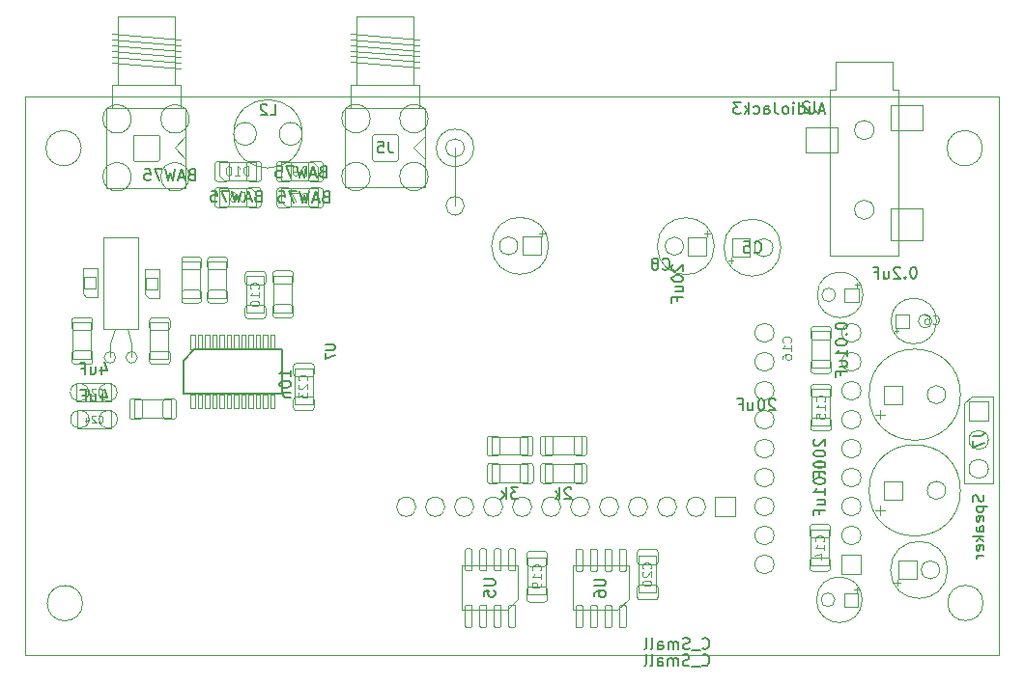
<source format=gbr>
%TF.GenerationSoftware,KiCad,Pcbnew,7.0.1*%
%TF.CreationDate,2024-01-20T16:33:55+00:00*%
%TF.ProjectId,SI4735,53493437-3335-42e6-9b69-6361645f7063,rev?*%
%TF.SameCoordinates,Original*%
%TF.FileFunction,AssemblyDrawing,Bot*%
%FSLAX45Y45*%
G04 Gerber Fmt 4.5, Leading zero omitted, Abs format (unit mm)*
G04 Created by KiCad (PCBNEW 7.0.1) date 2024-01-20 16:33:55*
%MOMM*%
%LPD*%
G01*
G04 APERTURE LIST*
%ADD10C,0.150000*%
%ADD11C,0.090000*%
%ADD12C,0.120000*%
%ADD13C,0.100000*%
%ADD14C,0.100000*%
%TD*%
%TA.AperFunction,Profile*%
%ADD15C,0.100000*%
%TD*%
%TA.AperFunction,Profile*%
%ADD16C,0.050000*%
%TD*%
G04 APERTURE END LIST*
D10*
%TO.C,C24*%
X3737048Y-4421595D02*
X3737048Y-4488262D01*
X3760857Y-4383500D02*
X3784667Y-4454929D01*
X3784667Y-4454929D02*
X3722762Y-4454929D01*
X3641809Y-4421595D02*
X3641809Y-4488262D01*
X3684667Y-4421595D02*
X3684667Y-4473976D01*
X3684667Y-4473976D02*
X3679905Y-4483500D01*
X3679905Y-4483500D02*
X3670381Y-4488262D01*
X3670381Y-4488262D02*
X3656095Y-4488262D01*
X3656095Y-4488262D02*
X3646571Y-4483500D01*
X3646571Y-4483500D02*
X3641809Y-4478738D01*
X3560857Y-4435881D02*
X3594190Y-4435881D01*
X3594190Y-4488262D02*
X3594190Y-4388262D01*
X3594190Y-4388262D02*
X3546571Y-4388262D01*
D11*
X3706571Y-4669043D02*
X3709429Y-4671900D01*
X3709429Y-4671900D02*
X3718000Y-4674757D01*
X3718000Y-4674757D02*
X3723714Y-4674757D01*
X3723714Y-4674757D02*
X3732286Y-4671900D01*
X3732286Y-4671900D02*
X3738000Y-4666186D01*
X3738000Y-4666186D02*
X3740857Y-4660471D01*
X3740857Y-4660471D02*
X3743714Y-4649043D01*
X3743714Y-4649043D02*
X3743714Y-4640471D01*
X3743714Y-4640471D02*
X3740857Y-4629043D01*
X3740857Y-4629043D02*
X3738000Y-4623329D01*
X3738000Y-4623329D02*
X3732286Y-4617614D01*
X3732286Y-4617614D02*
X3723714Y-4614757D01*
X3723714Y-4614757D02*
X3718000Y-4614757D01*
X3718000Y-4614757D02*
X3709429Y-4617614D01*
X3709429Y-4617614D02*
X3706571Y-4620471D01*
X3683714Y-4620471D02*
X3680857Y-4617614D01*
X3680857Y-4617614D02*
X3675143Y-4614757D01*
X3675143Y-4614757D02*
X3660857Y-4614757D01*
X3660857Y-4614757D02*
X3655143Y-4617614D01*
X3655143Y-4617614D02*
X3652286Y-4620471D01*
X3652286Y-4620471D02*
X3649429Y-4626186D01*
X3649429Y-4626186D02*
X3649429Y-4631900D01*
X3649429Y-4631900D02*
X3652286Y-4640471D01*
X3652286Y-4640471D02*
X3686571Y-4674757D01*
X3686571Y-4674757D02*
X3649429Y-4674757D01*
X3598000Y-4634757D02*
X3598000Y-4674757D01*
X3612286Y-4611900D02*
X3626571Y-4654757D01*
X3626571Y-4654757D02*
X3589428Y-4654757D01*
D10*
%TO.C,J2*%
X10068536Y-1937690D02*
X10020917Y-1937690D01*
X10078059Y-1966262D02*
X10044726Y-1866262D01*
X10044726Y-1866262D02*
X10011393Y-1966262D01*
X9935202Y-1899595D02*
X9935202Y-1966262D01*
X9978059Y-1899595D02*
X9978059Y-1951976D01*
X9978059Y-1951976D02*
X9973298Y-1961500D01*
X9973298Y-1961500D02*
X9963774Y-1966262D01*
X9963774Y-1966262D02*
X9949488Y-1966262D01*
X9949488Y-1966262D02*
X9939964Y-1961500D01*
X9939964Y-1961500D02*
X9935202Y-1956738D01*
X9844726Y-1966262D02*
X9844726Y-1866262D01*
X9844726Y-1961500D02*
X9854250Y-1966262D01*
X9854250Y-1966262D02*
X9873298Y-1966262D01*
X9873298Y-1966262D02*
X9882821Y-1961500D01*
X9882821Y-1961500D02*
X9887583Y-1956738D01*
X9887583Y-1956738D02*
X9892345Y-1947214D01*
X9892345Y-1947214D02*
X9892345Y-1918643D01*
X9892345Y-1918643D02*
X9887583Y-1909119D01*
X9887583Y-1909119D02*
X9882821Y-1904357D01*
X9882821Y-1904357D02*
X9873298Y-1899595D01*
X9873298Y-1899595D02*
X9854250Y-1899595D01*
X9854250Y-1899595D02*
X9844726Y-1904357D01*
X9797107Y-1966262D02*
X9797107Y-1899595D01*
X9797107Y-1866262D02*
X9801869Y-1871024D01*
X9801869Y-1871024D02*
X9797107Y-1875786D01*
X9797107Y-1875786D02*
X9792345Y-1871024D01*
X9792345Y-1871024D02*
X9797107Y-1866262D01*
X9797107Y-1866262D02*
X9797107Y-1875786D01*
X9735202Y-1966262D02*
X9744726Y-1961500D01*
X9744726Y-1961500D02*
X9749488Y-1956738D01*
X9749488Y-1956738D02*
X9754250Y-1947214D01*
X9754250Y-1947214D02*
X9754250Y-1918643D01*
X9754250Y-1918643D02*
X9749488Y-1909119D01*
X9749488Y-1909119D02*
X9744726Y-1904357D01*
X9744726Y-1904357D02*
X9735202Y-1899595D01*
X9735202Y-1899595D02*
X9720917Y-1899595D01*
X9720917Y-1899595D02*
X9711393Y-1904357D01*
X9711393Y-1904357D02*
X9706631Y-1909119D01*
X9706631Y-1909119D02*
X9701869Y-1918643D01*
X9701869Y-1918643D02*
X9701869Y-1947214D01*
X9701869Y-1947214D02*
X9706631Y-1956738D01*
X9706631Y-1956738D02*
X9711393Y-1961500D01*
X9711393Y-1961500D02*
X9720917Y-1966262D01*
X9720917Y-1966262D02*
X9735202Y-1966262D01*
X9630440Y-1866262D02*
X9630440Y-1937690D01*
X9630440Y-1937690D02*
X9635202Y-1951976D01*
X9635202Y-1951976D02*
X9644726Y-1961500D01*
X9644726Y-1961500D02*
X9659012Y-1966262D01*
X9659012Y-1966262D02*
X9668536Y-1966262D01*
X9539964Y-1966262D02*
X9539964Y-1913881D01*
X9539964Y-1913881D02*
X9544726Y-1904357D01*
X9544726Y-1904357D02*
X9554250Y-1899595D01*
X9554250Y-1899595D02*
X9573298Y-1899595D01*
X9573298Y-1899595D02*
X9582821Y-1904357D01*
X9539964Y-1961500D02*
X9549488Y-1966262D01*
X9549488Y-1966262D02*
X9573298Y-1966262D01*
X9573298Y-1966262D02*
X9582821Y-1961500D01*
X9582821Y-1961500D02*
X9587583Y-1951976D01*
X9587583Y-1951976D02*
X9587583Y-1942452D01*
X9587583Y-1942452D02*
X9582821Y-1932928D01*
X9582821Y-1932928D02*
X9573298Y-1928167D01*
X9573298Y-1928167D02*
X9549488Y-1928167D01*
X9549488Y-1928167D02*
X9539964Y-1923405D01*
X9449488Y-1961500D02*
X9459012Y-1966262D01*
X9459012Y-1966262D02*
X9478059Y-1966262D01*
X9478059Y-1966262D02*
X9487583Y-1961500D01*
X9487583Y-1961500D02*
X9492345Y-1956738D01*
X9492345Y-1956738D02*
X9497107Y-1947214D01*
X9497107Y-1947214D02*
X9497107Y-1918643D01*
X9497107Y-1918643D02*
X9492345Y-1909119D01*
X9492345Y-1909119D02*
X9487583Y-1904357D01*
X9487583Y-1904357D02*
X9478059Y-1899595D01*
X9478059Y-1899595D02*
X9459012Y-1899595D01*
X9459012Y-1899595D02*
X9449488Y-1904357D01*
X9406631Y-1966262D02*
X9406631Y-1866262D01*
X9397107Y-1928167D02*
X9368536Y-1966262D01*
X9368536Y-1899595D02*
X9406631Y-1937690D01*
X9335202Y-1866262D02*
X9273298Y-1866262D01*
X9273298Y-1866262D02*
X9306631Y-1904357D01*
X9306631Y-1904357D02*
X9292345Y-1904357D01*
X9292345Y-1904357D02*
X9282821Y-1909119D01*
X9282821Y-1909119D02*
X9278059Y-1913881D01*
X9278059Y-1913881D02*
X9273298Y-1923405D01*
X9273298Y-1923405D02*
X9273298Y-1947214D01*
X9273298Y-1947214D02*
X9278059Y-1956738D01*
X9278059Y-1956738D02*
X9282821Y-1961500D01*
X9282821Y-1961500D02*
X9292345Y-1966262D01*
X9292345Y-1966262D02*
X9320917Y-1966262D01*
X9320917Y-1966262D02*
X9330440Y-1961500D01*
X9330440Y-1961500D02*
X9335202Y-1956738D01*
X9982250Y-1858262D02*
X9982250Y-1929690D01*
X9982250Y-1929690D02*
X9987012Y-1943976D01*
X9987012Y-1943976D02*
X9996536Y-1953500D01*
X9996536Y-1953500D02*
X10010821Y-1958262D01*
X10010821Y-1958262D02*
X10020345Y-1958262D01*
X9939393Y-1867786D02*
X9934631Y-1863024D01*
X9934631Y-1863024D02*
X9925107Y-1858262D01*
X9925107Y-1858262D02*
X9901298Y-1858262D01*
X9901298Y-1858262D02*
X9891774Y-1863024D01*
X9891774Y-1863024D02*
X9887012Y-1867786D01*
X9887012Y-1867786D02*
X9882250Y-1877309D01*
X9882250Y-1877309D02*
X9882250Y-1886833D01*
X9882250Y-1886833D02*
X9887012Y-1901119D01*
X9887012Y-1901119D02*
X9944155Y-1958262D01*
X9944155Y-1958262D02*
X9882250Y-1958262D01*
%TO.C,C14*%
X9976262Y-5040095D02*
X9976262Y-5049619D01*
X9976262Y-5049619D02*
X9981024Y-5059143D01*
X9981024Y-5059143D02*
X9985786Y-5063905D01*
X9985786Y-5063905D02*
X9995310Y-5068667D01*
X9995310Y-5068667D02*
X10014357Y-5073429D01*
X10014357Y-5073429D02*
X10038167Y-5073429D01*
X10038167Y-5073429D02*
X10057214Y-5068667D01*
X10057214Y-5068667D02*
X10066738Y-5063905D01*
X10066738Y-5063905D02*
X10071500Y-5059143D01*
X10071500Y-5059143D02*
X10076262Y-5049619D01*
X10076262Y-5049619D02*
X10076262Y-5040095D01*
X10076262Y-5040095D02*
X10071500Y-5030571D01*
X10071500Y-5030571D02*
X10066738Y-5025810D01*
X10066738Y-5025810D02*
X10057214Y-5021048D01*
X10057214Y-5021048D02*
X10038167Y-5016286D01*
X10038167Y-5016286D02*
X10014357Y-5016286D01*
X10014357Y-5016286D02*
X9995310Y-5021048D01*
X9995310Y-5021048D02*
X9985786Y-5025810D01*
X9985786Y-5025810D02*
X9981024Y-5030571D01*
X9981024Y-5030571D02*
X9976262Y-5040095D01*
X10066738Y-5116286D02*
X10071500Y-5121048D01*
X10071500Y-5121048D02*
X10076262Y-5116286D01*
X10076262Y-5116286D02*
X10071500Y-5111524D01*
X10071500Y-5111524D02*
X10066738Y-5116286D01*
X10066738Y-5116286D02*
X10076262Y-5116286D01*
X9976262Y-5182952D02*
X9976262Y-5192476D01*
X9976262Y-5192476D02*
X9981024Y-5202000D01*
X9981024Y-5202000D02*
X9985786Y-5206762D01*
X9985786Y-5206762D02*
X9995310Y-5211524D01*
X9995310Y-5211524D02*
X10014357Y-5216286D01*
X10014357Y-5216286D02*
X10038167Y-5216286D01*
X10038167Y-5216286D02*
X10057214Y-5211524D01*
X10057214Y-5211524D02*
X10066738Y-5206762D01*
X10066738Y-5206762D02*
X10071500Y-5202000D01*
X10071500Y-5202000D02*
X10076262Y-5192476D01*
X10076262Y-5192476D02*
X10076262Y-5182952D01*
X10076262Y-5182952D02*
X10071500Y-5173429D01*
X10071500Y-5173429D02*
X10066738Y-5168667D01*
X10066738Y-5168667D02*
X10057214Y-5163905D01*
X10057214Y-5163905D02*
X10038167Y-5159143D01*
X10038167Y-5159143D02*
X10014357Y-5159143D01*
X10014357Y-5159143D02*
X9995310Y-5163905D01*
X9995310Y-5163905D02*
X9985786Y-5168667D01*
X9985786Y-5168667D02*
X9981024Y-5173429D01*
X9981024Y-5173429D02*
X9976262Y-5182952D01*
X10076262Y-5311524D02*
X10076262Y-5254381D01*
X10076262Y-5282952D02*
X9976262Y-5282952D01*
X9976262Y-5282952D02*
X9990548Y-5273429D01*
X9990548Y-5273429D02*
X10000071Y-5263905D01*
X10000071Y-5263905D02*
X10004833Y-5254381D01*
X10009595Y-5397238D02*
X10076262Y-5397238D01*
X10009595Y-5354381D02*
X10061976Y-5354381D01*
X10061976Y-5354381D02*
X10071500Y-5359143D01*
X10071500Y-5359143D02*
X10076262Y-5368667D01*
X10076262Y-5368667D02*
X10076262Y-5382952D01*
X10076262Y-5382952D02*
X10071500Y-5392476D01*
X10071500Y-5392476D02*
X10066738Y-5397238D01*
X10023881Y-5478190D02*
X10023881Y-5444857D01*
X10076262Y-5444857D02*
X9976262Y-5444857D01*
X9976262Y-5444857D02*
X9976262Y-5492476D01*
D12*
X10058131Y-5720071D02*
X10061940Y-5716262D01*
X10061940Y-5716262D02*
X10065750Y-5704833D01*
X10065750Y-5704833D02*
X10065750Y-5697214D01*
X10065750Y-5697214D02*
X10061940Y-5685786D01*
X10061940Y-5685786D02*
X10054321Y-5678167D01*
X10054321Y-5678167D02*
X10046702Y-5674357D01*
X10046702Y-5674357D02*
X10031464Y-5670547D01*
X10031464Y-5670547D02*
X10020035Y-5670547D01*
X10020035Y-5670547D02*
X10004797Y-5674357D01*
X10004797Y-5674357D02*
X9997178Y-5678167D01*
X9997178Y-5678167D02*
X9989559Y-5685786D01*
X9989559Y-5685786D02*
X9985750Y-5697214D01*
X9985750Y-5697214D02*
X9985750Y-5704833D01*
X9985750Y-5704833D02*
X9989559Y-5716262D01*
X9989559Y-5716262D02*
X9993369Y-5720071D01*
X10065750Y-5796262D02*
X10065750Y-5750547D01*
X10065750Y-5773405D02*
X9985750Y-5773405D01*
X9985750Y-5773405D02*
X9997178Y-5765786D01*
X9997178Y-5765786D02*
X10004797Y-5758167D01*
X10004797Y-5758167D02*
X10008607Y-5750547D01*
X10012416Y-5864833D02*
X10065750Y-5864833D01*
X9981940Y-5845786D02*
X10039083Y-5826738D01*
X10039083Y-5826738D02*
X10039083Y-5876262D01*
D10*
%TO.C,C8*%
X8741775Y-3288714D02*
X8737013Y-3293476D01*
X8737013Y-3293476D02*
X8732251Y-3303000D01*
X8732251Y-3303000D02*
X8732251Y-3326809D01*
X8732251Y-3326809D02*
X8737013Y-3336333D01*
X8737013Y-3336333D02*
X8741775Y-3341095D01*
X8741775Y-3341095D02*
X8751298Y-3345857D01*
X8751298Y-3345857D02*
X8760822Y-3345857D01*
X8760822Y-3345857D02*
X8775108Y-3341095D01*
X8775108Y-3341095D02*
X8832251Y-3283952D01*
X8832251Y-3283952D02*
X8832251Y-3345857D01*
X8732251Y-3407762D02*
X8732251Y-3417286D01*
X8732251Y-3417286D02*
X8737013Y-3426809D01*
X8737013Y-3426809D02*
X8741775Y-3431571D01*
X8741775Y-3431571D02*
X8751298Y-3436333D01*
X8751298Y-3436333D02*
X8770346Y-3441095D01*
X8770346Y-3441095D02*
X8794155Y-3441095D01*
X8794155Y-3441095D02*
X8813203Y-3436333D01*
X8813203Y-3436333D02*
X8822727Y-3431571D01*
X8822727Y-3431571D02*
X8827489Y-3426809D01*
X8827489Y-3426809D02*
X8832251Y-3417286D01*
X8832251Y-3417286D02*
X8832251Y-3407762D01*
X8832251Y-3407762D02*
X8827489Y-3398238D01*
X8827489Y-3398238D02*
X8822727Y-3393476D01*
X8822727Y-3393476D02*
X8813203Y-3388714D01*
X8813203Y-3388714D02*
X8794155Y-3383952D01*
X8794155Y-3383952D02*
X8770346Y-3383952D01*
X8770346Y-3383952D02*
X8751298Y-3388714D01*
X8751298Y-3388714D02*
X8741775Y-3393476D01*
X8741775Y-3393476D02*
X8737013Y-3398238D01*
X8737013Y-3398238D02*
X8732251Y-3407762D01*
X8765584Y-3526809D02*
X8832251Y-3526809D01*
X8765584Y-3483952D02*
X8817965Y-3483952D01*
X8817965Y-3483952D02*
X8827489Y-3488714D01*
X8827489Y-3488714D02*
X8832251Y-3498238D01*
X8832251Y-3498238D02*
X8832251Y-3512524D01*
X8832251Y-3512524D02*
X8827489Y-3522048D01*
X8827489Y-3522048D02*
X8822727Y-3526809D01*
X8779870Y-3607762D02*
X8779870Y-3574429D01*
X8832251Y-3574429D02*
X8732251Y-3574429D01*
X8732251Y-3574429D02*
X8732251Y-3622048D01*
X8650667Y-3324738D02*
X8655429Y-3329500D01*
X8655429Y-3329500D02*
X8669714Y-3334262D01*
X8669714Y-3334262D02*
X8679238Y-3334262D01*
X8679238Y-3334262D02*
X8693524Y-3329500D01*
X8693524Y-3329500D02*
X8703048Y-3319976D01*
X8703048Y-3319976D02*
X8707809Y-3310452D01*
X8707809Y-3310452D02*
X8712571Y-3291405D01*
X8712571Y-3291405D02*
X8712571Y-3277119D01*
X8712571Y-3277119D02*
X8707809Y-3258071D01*
X8707809Y-3258071D02*
X8703048Y-3248548D01*
X8703048Y-3248548D02*
X8693524Y-3239024D01*
X8693524Y-3239024D02*
X8679238Y-3234262D01*
X8679238Y-3234262D02*
X8669714Y-3234262D01*
X8669714Y-3234262D02*
X8655429Y-3239024D01*
X8655429Y-3239024D02*
X8650667Y-3243786D01*
X8593524Y-3277119D02*
X8603048Y-3272357D01*
X8603048Y-3272357D02*
X8607809Y-3267595D01*
X8607809Y-3267595D02*
X8612571Y-3258071D01*
X8612571Y-3258071D02*
X8612571Y-3253309D01*
X8612571Y-3253309D02*
X8607809Y-3243786D01*
X8607809Y-3243786D02*
X8603048Y-3239024D01*
X8603048Y-3239024D02*
X8593524Y-3234262D01*
X8593524Y-3234262D02*
X8574476Y-3234262D01*
X8574476Y-3234262D02*
X8564952Y-3239024D01*
X8564952Y-3239024D02*
X8560190Y-3243786D01*
X8560190Y-3243786D02*
X8555429Y-3253309D01*
X8555429Y-3253309D02*
X8555429Y-3258071D01*
X8555429Y-3258071D02*
X8560190Y-3267595D01*
X8560190Y-3267595D02*
X8564952Y-3272357D01*
X8564952Y-3272357D02*
X8574476Y-3277119D01*
X8574476Y-3277119D02*
X8593524Y-3277119D01*
X8593524Y-3277119D02*
X8603048Y-3281881D01*
X8603048Y-3281881D02*
X8607809Y-3286643D01*
X8607809Y-3286643D02*
X8612571Y-3296167D01*
X8612571Y-3296167D02*
X8612571Y-3315214D01*
X8612571Y-3315214D02*
X8607809Y-3324738D01*
X8607809Y-3324738D02*
X8603048Y-3329500D01*
X8603048Y-3329500D02*
X8593524Y-3334262D01*
X8593524Y-3334262D02*
X8574476Y-3334262D01*
X8574476Y-3334262D02*
X8564952Y-3329500D01*
X8564952Y-3329500D02*
X8560190Y-3324738D01*
X8560190Y-3324738D02*
X8555429Y-3315214D01*
X8555429Y-3315214D02*
X8555429Y-3296167D01*
X8555429Y-3296167D02*
X8560190Y-3286643D01*
X8560190Y-3286643D02*
X8564952Y-3281881D01*
X8564952Y-3281881D02*
X8574476Y-3277119D01*
%TO.C,C23*%
X5394262Y-4272214D02*
X5394262Y-4215071D01*
X5394262Y-4243643D02*
X5294262Y-4243643D01*
X5294262Y-4243643D02*
X5308548Y-4234119D01*
X5308548Y-4234119D02*
X5318071Y-4224595D01*
X5318071Y-4224595D02*
X5322833Y-4215071D01*
X5294262Y-4334119D02*
X5294262Y-4343643D01*
X5294262Y-4343643D02*
X5299024Y-4353167D01*
X5299024Y-4353167D02*
X5303786Y-4357929D01*
X5303786Y-4357929D02*
X5313310Y-4362690D01*
X5313310Y-4362690D02*
X5332357Y-4367452D01*
X5332357Y-4367452D02*
X5356167Y-4367452D01*
X5356167Y-4367452D02*
X5375214Y-4362690D01*
X5375214Y-4362690D02*
X5384738Y-4357929D01*
X5384738Y-4357929D02*
X5389500Y-4353167D01*
X5389500Y-4353167D02*
X5394262Y-4343643D01*
X5394262Y-4343643D02*
X5394262Y-4334119D01*
X5394262Y-4334119D02*
X5389500Y-4324595D01*
X5389500Y-4324595D02*
X5384738Y-4319833D01*
X5384738Y-4319833D02*
X5375214Y-4315071D01*
X5375214Y-4315071D02*
X5356167Y-4310310D01*
X5356167Y-4310310D02*
X5332357Y-4310310D01*
X5332357Y-4310310D02*
X5313310Y-4315071D01*
X5313310Y-4315071D02*
X5303786Y-4319833D01*
X5303786Y-4319833D02*
X5299024Y-4324595D01*
X5299024Y-4324595D02*
X5294262Y-4334119D01*
X5327595Y-4410310D02*
X5394262Y-4410310D01*
X5337119Y-4410310D02*
X5332357Y-4415071D01*
X5332357Y-4415071D02*
X5327595Y-4424595D01*
X5327595Y-4424595D02*
X5327595Y-4438881D01*
X5327595Y-4438881D02*
X5332357Y-4448405D01*
X5332357Y-4448405D02*
X5341881Y-4453167D01*
X5341881Y-4453167D02*
X5394262Y-4453167D01*
D12*
X5532390Y-4307571D02*
X5536200Y-4303762D01*
X5536200Y-4303762D02*
X5540010Y-4292333D01*
X5540010Y-4292333D02*
X5540010Y-4284714D01*
X5540010Y-4284714D02*
X5536200Y-4273286D01*
X5536200Y-4273286D02*
X5528581Y-4265667D01*
X5528581Y-4265667D02*
X5520962Y-4261857D01*
X5520962Y-4261857D02*
X5505724Y-4258048D01*
X5505724Y-4258048D02*
X5494295Y-4258048D01*
X5494295Y-4258048D02*
X5479057Y-4261857D01*
X5479057Y-4261857D02*
X5471438Y-4265667D01*
X5471438Y-4265667D02*
X5463819Y-4273286D01*
X5463819Y-4273286D02*
X5460010Y-4284714D01*
X5460010Y-4284714D02*
X5460010Y-4292333D01*
X5460010Y-4292333D02*
X5463819Y-4303762D01*
X5463819Y-4303762D02*
X5467629Y-4307571D01*
X5467629Y-4338048D02*
X5463819Y-4341857D01*
X5463819Y-4341857D02*
X5460010Y-4349476D01*
X5460010Y-4349476D02*
X5460010Y-4368524D01*
X5460010Y-4368524D02*
X5463819Y-4376143D01*
X5463819Y-4376143D02*
X5467629Y-4379952D01*
X5467629Y-4379952D02*
X5475248Y-4383762D01*
X5475248Y-4383762D02*
X5482867Y-4383762D01*
X5482867Y-4383762D02*
X5494295Y-4379952D01*
X5494295Y-4379952D02*
X5540010Y-4334238D01*
X5540010Y-4334238D02*
X5540010Y-4383762D01*
X5460010Y-4410429D02*
X5460010Y-4459952D01*
X5460010Y-4459952D02*
X5490486Y-4433286D01*
X5490486Y-4433286D02*
X5490486Y-4444714D01*
X5490486Y-4444714D02*
X5494295Y-4452333D01*
X5494295Y-4452333D02*
X5498105Y-4456143D01*
X5498105Y-4456143D02*
X5505724Y-4459952D01*
X5505724Y-4459952D02*
X5524771Y-4459952D01*
X5524771Y-4459952D02*
X5532390Y-4456143D01*
X5532390Y-4456143D02*
X5536200Y-4452333D01*
X5536200Y-4452333D02*
X5540010Y-4444714D01*
X5540010Y-4444714D02*
X5540010Y-4421857D01*
X5540010Y-4421857D02*
X5536200Y-4414238D01*
X5536200Y-4414238D02*
X5532390Y-4410429D01*
D10*
%TO.C,D10*%
X4522095Y-2498881D02*
X4507810Y-2503643D01*
X4507810Y-2503643D02*
X4503048Y-2508405D01*
X4503048Y-2508405D02*
X4498286Y-2517929D01*
X4498286Y-2517929D02*
X4498286Y-2532214D01*
X4498286Y-2532214D02*
X4503048Y-2541738D01*
X4503048Y-2541738D02*
X4507810Y-2546500D01*
X4507810Y-2546500D02*
X4517333Y-2551262D01*
X4517333Y-2551262D02*
X4555429Y-2551262D01*
X4555429Y-2551262D02*
X4555429Y-2451262D01*
X4555429Y-2451262D02*
X4522095Y-2451262D01*
X4522095Y-2451262D02*
X4512571Y-2456024D01*
X4512571Y-2456024D02*
X4507810Y-2460786D01*
X4507810Y-2460786D02*
X4503048Y-2470310D01*
X4503048Y-2470310D02*
X4503048Y-2479833D01*
X4503048Y-2479833D02*
X4507810Y-2489357D01*
X4507810Y-2489357D02*
X4512571Y-2494119D01*
X4512571Y-2494119D02*
X4522095Y-2498881D01*
X4522095Y-2498881D02*
X4555429Y-2498881D01*
X4460190Y-2522690D02*
X4412571Y-2522690D01*
X4469714Y-2551262D02*
X4436381Y-2451262D01*
X4436381Y-2451262D02*
X4403048Y-2551262D01*
X4379238Y-2451262D02*
X4355429Y-2551262D01*
X4355429Y-2551262D02*
X4336381Y-2479833D01*
X4336381Y-2479833D02*
X4317333Y-2551262D01*
X4317333Y-2551262D02*
X4293524Y-2451262D01*
X4264952Y-2451262D02*
X4198286Y-2451262D01*
X4198286Y-2451262D02*
X4241143Y-2551262D01*
X4112571Y-2451262D02*
X4160190Y-2451262D01*
X4160190Y-2451262D02*
X4164952Y-2498881D01*
X4164952Y-2498881D02*
X4160190Y-2494119D01*
X4160190Y-2494119D02*
X4150667Y-2489357D01*
X4150667Y-2489357D02*
X4126857Y-2489357D01*
X4126857Y-2489357D02*
X4117333Y-2494119D01*
X4117333Y-2494119D02*
X4112571Y-2498881D01*
X4112571Y-2498881D02*
X4107809Y-2508405D01*
X4107809Y-2508405D02*
X4107809Y-2532214D01*
X4107809Y-2532214D02*
X4112571Y-2541738D01*
X4112571Y-2541738D02*
X4117333Y-2546500D01*
X4117333Y-2546500D02*
X4126857Y-2551262D01*
X4126857Y-2551262D02*
X4150667Y-2551262D01*
X4150667Y-2551262D02*
X4160190Y-2546500D01*
X4160190Y-2546500D02*
X4164952Y-2541738D01*
D12*
X5023143Y-2505010D02*
X5023143Y-2425010D01*
X5023143Y-2425010D02*
X5004095Y-2425010D01*
X5004095Y-2425010D02*
X4992667Y-2428819D01*
X4992667Y-2428819D02*
X4985048Y-2436438D01*
X4985048Y-2436438D02*
X4981238Y-2444057D01*
X4981238Y-2444057D02*
X4977429Y-2459295D01*
X4977429Y-2459295D02*
X4977429Y-2470724D01*
X4977429Y-2470724D02*
X4981238Y-2485962D01*
X4981238Y-2485962D02*
X4985048Y-2493581D01*
X4985048Y-2493581D02*
X4992667Y-2501200D01*
X4992667Y-2501200D02*
X5004095Y-2505010D01*
X5004095Y-2505010D02*
X5023143Y-2505010D01*
X4901238Y-2505010D02*
X4946952Y-2505010D01*
X4924095Y-2505010D02*
X4924095Y-2425010D01*
X4924095Y-2425010D02*
X4931714Y-2436438D01*
X4931714Y-2436438D02*
X4939333Y-2444057D01*
X4939333Y-2444057D02*
X4946952Y-2447867D01*
X4851714Y-2425010D02*
X4844095Y-2425010D01*
X4844095Y-2425010D02*
X4836476Y-2428819D01*
X4836476Y-2428819D02*
X4832667Y-2432629D01*
X4832667Y-2432629D02*
X4828857Y-2440248D01*
X4828857Y-2440248D02*
X4825048Y-2455486D01*
X4825048Y-2455486D02*
X4825048Y-2474533D01*
X4825048Y-2474533D02*
X4828857Y-2489771D01*
X4828857Y-2489771D02*
X4832667Y-2497390D01*
X4832667Y-2497390D02*
X4836476Y-2501200D01*
X4836476Y-2501200D02*
X4844095Y-2505010D01*
X4844095Y-2505010D02*
X4851714Y-2505010D01*
X4851714Y-2505010D02*
X4859333Y-2501200D01*
X4859333Y-2501200D02*
X4863143Y-2497390D01*
X4863143Y-2497390D02*
X4866952Y-2489771D01*
X4866952Y-2489771D02*
X4870762Y-2474533D01*
X4870762Y-2474533D02*
X4870762Y-2455486D01*
X4870762Y-2455486D02*
X4866952Y-2440248D01*
X4866952Y-2440248D02*
X4863143Y-2432629D01*
X4863143Y-2432629D02*
X4859333Y-2428819D01*
X4859333Y-2428819D02*
X4851714Y-2425010D01*
D10*
%TO.C,J5*%
X6250907Y-2208472D02*
X6250907Y-2279901D01*
X6250907Y-2279901D02*
X6255669Y-2294186D01*
X6255669Y-2294186D02*
X6265193Y-2303710D01*
X6265193Y-2303710D02*
X6279479Y-2308472D01*
X6279479Y-2308472D02*
X6289002Y-2308472D01*
X6155669Y-2208472D02*
X6203288Y-2208472D01*
X6203288Y-2208472D02*
X6208050Y-2256091D01*
X6208050Y-2256091D02*
X6203288Y-2251329D01*
X6203288Y-2251329D02*
X6193764Y-2246567D01*
X6193764Y-2246567D02*
X6169955Y-2246567D01*
X6169955Y-2246567D02*
X6160431Y-2251329D01*
X6160431Y-2251329D02*
X6155669Y-2256091D01*
X6155669Y-2256091D02*
X6150907Y-2265615D01*
X6150907Y-2265615D02*
X6150907Y-2289425D01*
X6150907Y-2289425D02*
X6155669Y-2298948D01*
X6155669Y-2298948D02*
X6160431Y-2303710D01*
X6160431Y-2303710D02*
X6169955Y-2308472D01*
X6169955Y-2308472D02*
X6193764Y-2308472D01*
X6193764Y-2308472D02*
X6203288Y-2303710D01*
X6203288Y-2303710D02*
X6208050Y-2298948D01*
%TO.C,J7*%
X11462000Y-5311810D02*
X11466762Y-5326095D01*
X11466762Y-5326095D02*
X11466762Y-5349905D01*
X11466762Y-5349905D02*
X11462000Y-5359429D01*
X11462000Y-5359429D02*
X11457238Y-5364190D01*
X11457238Y-5364190D02*
X11447714Y-5368952D01*
X11447714Y-5368952D02*
X11438190Y-5368952D01*
X11438190Y-5368952D02*
X11428667Y-5364190D01*
X11428667Y-5364190D02*
X11423905Y-5359429D01*
X11423905Y-5359429D02*
X11419143Y-5349905D01*
X11419143Y-5349905D02*
X11414381Y-5330857D01*
X11414381Y-5330857D02*
X11409619Y-5321333D01*
X11409619Y-5321333D02*
X11404857Y-5316571D01*
X11404857Y-5316571D02*
X11395333Y-5311810D01*
X11395333Y-5311810D02*
X11385809Y-5311810D01*
X11385809Y-5311810D02*
X11376286Y-5316571D01*
X11376286Y-5316571D02*
X11371524Y-5321333D01*
X11371524Y-5321333D02*
X11366762Y-5330857D01*
X11366762Y-5330857D02*
X11366762Y-5354667D01*
X11366762Y-5354667D02*
X11371524Y-5368952D01*
X11400095Y-5411810D02*
X11500095Y-5411810D01*
X11404857Y-5411810D02*
X11400095Y-5421333D01*
X11400095Y-5421333D02*
X11400095Y-5440381D01*
X11400095Y-5440381D02*
X11404857Y-5449905D01*
X11404857Y-5449905D02*
X11409619Y-5454667D01*
X11409619Y-5454667D02*
X11419143Y-5459429D01*
X11419143Y-5459429D02*
X11447714Y-5459429D01*
X11447714Y-5459429D02*
X11457238Y-5454667D01*
X11457238Y-5454667D02*
X11462000Y-5449905D01*
X11462000Y-5449905D02*
X11466762Y-5440381D01*
X11466762Y-5440381D02*
X11466762Y-5421333D01*
X11466762Y-5421333D02*
X11462000Y-5411810D01*
X11462000Y-5540381D02*
X11466762Y-5530857D01*
X11466762Y-5530857D02*
X11466762Y-5511810D01*
X11466762Y-5511810D02*
X11462000Y-5502286D01*
X11462000Y-5502286D02*
X11452476Y-5497524D01*
X11452476Y-5497524D02*
X11414381Y-5497524D01*
X11414381Y-5497524D02*
X11404857Y-5502286D01*
X11404857Y-5502286D02*
X11400095Y-5511810D01*
X11400095Y-5511810D02*
X11400095Y-5530857D01*
X11400095Y-5530857D02*
X11404857Y-5540381D01*
X11404857Y-5540381D02*
X11414381Y-5545143D01*
X11414381Y-5545143D02*
X11423905Y-5545143D01*
X11423905Y-5545143D02*
X11433428Y-5497524D01*
X11466762Y-5630857D02*
X11414381Y-5630857D01*
X11414381Y-5630857D02*
X11404857Y-5626095D01*
X11404857Y-5626095D02*
X11400095Y-5616571D01*
X11400095Y-5616571D02*
X11400095Y-5597524D01*
X11400095Y-5597524D02*
X11404857Y-5588000D01*
X11462000Y-5630857D02*
X11466762Y-5621333D01*
X11466762Y-5621333D02*
X11466762Y-5597524D01*
X11466762Y-5597524D02*
X11462000Y-5588000D01*
X11462000Y-5588000D02*
X11452476Y-5583238D01*
X11452476Y-5583238D02*
X11442952Y-5583238D01*
X11442952Y-5583238D02*
X11433428Y-5588000D01*
X11433428Y-5588000D02*
X11428667Y-5597524D01*
X11428667Y-5597524D02*
X11428667Y-5621333D01*
X11428667Y-5621333D02*
X11423905Y-5630857D01*
X11466762Y-5678476D02*
X11366762Y-5678476D01*
X11428667Y-5688000D02*
X11466762Y-5716571D01*
X11400095Y-5716571D02*
X11438190Y-5678476D01*
X11462000Y-5797524D02*
X11466762Y-5788000D01*
X11466762Y-5788000D02*
X11466762Y-5768952D01*
X11466762Y-5768952D02*
X11462000Y-5759429D01*
X11462000Y-5759429D02*
X11452476Y-5754667D01*
X11452476Y-5754667D02*
X11414381Y-5754667D01*
X11414381Y-5754667D02*
X11404857Y-5759429D01*
X11404857Y-5759429D02*
X11400095Y-5768952D01*
X11400095Y-5768952D02*
X11400095Y-5788000D01*
X11400095Y-5788000D02*
X11404857Y-5797524D01*
X11404857Y-5797524D02*
X11414381Y-5802286D01*
X11414381Y-5802286D02*
X11423905Y-5802286D01*
X11423905Y-5802286D02*
X11433428Y-5754667D01*
X11466762Y-5845143D02*
X11400095Y-5845143D01*
X11419143Y-5845143D02*
X11409619Y-5849905D01*
X11409619Y-5849905D02*
X11404857Y-5854667D01*
X11404857Y-5854667D02*
X11400095Y-5864190D01*
X11400095Y-5864190D02*
X11400095Y-5873714D01*
X11367262Y-4794667D02*
X11438690Y-4794667D01*
X11438690Y-4794667D02*
X11452976Y-4789905D01*
X11452976Y-4789905D02*
X11462500Y-4780381D01*
X11462500Y-4780381D02*
X11467262Y-4766095D01*
X11467262Y-4766095D02*
X11467262Y-4756571D01*
X11367262Y-4832762D02*
X11367262Y-4899429D01*
X11367262Y-4899429D02*
X11467262Y-4856571D01*
%TO.C,U5*%
X7085282Y-6050708D02*
X7164615Y-6050708D01*
X7164615Y-6050708D02*
X7173949Y-6055375D01*
X7173949Y-6055375D02*
X7178615Y-6060042D01*
X7178615Y-6060042D02*
X7183282Y-6069375D01*
X7183282Y-6069375D02*
X7183282Y-6088042D01*
X7183282Y-6088042D02*
X7178615Y-6097375D01*
X7178615Y-6097375D02*
X7173949Y-6102042D01*
X7173949Y-6102042D02*
X7164615Y-6106708D01*
X7164615Y-6106708D02*
X7085282Y-6106708D01*
X7085282Y-6200042D02*
X7085282Y-6153375D01*
X7085282Y-6153375D02*
X7131949Y-6148708D01*
X7131949Y-6148708D02*
X7127282Y-6153375D01*
X7127282Y-6153375D02*
X7122615Y-6162708D01*
X7122615Y-6162708D02*
X7122615Y-6186042D01*
X7122615Y-6186042D02*
X7127282Y-6195375D01*
X7127282Y-6195375D02*
X7131949Y-6200042D01*
X7131949Y-6200042D02*
X7141282Y-6204708D01*
X7141282Y-6204708D02*
X7164615Y-6204708D01*
X7164615Y-6204708D02*
X7173949Y-6200042D01*
X7173949Y-6200042D02*
X7178615Y-6195375D01*
X7178615Y-6195375D02*
X7183282Y-6186042D01*
X7183282Y-6186042D02*
X7183282Y-6162708D01*
X7183282Y-6162708D02*
X7178615Y-6153375D01*
X7178615Y-6153375D02*
X7173949Y-6148708D01*
%TO.C,R24*%
X7384505Y-5246637D02*
X7322600Y-5246637D01*
X7322600Y-5246637D02*
X7355933Y-5284732D01*
X7355933Y-5284732D02*
X7341648Y-5284732D01*
X7341648Y-5284732D02*
X7332124Y-5289494D01*
X7332124Y-5289494D02*
X7327362Y-5294256D01*
X7327362Y-5294256D02*
X7322600Y-5303780D01*
X7322600Y-5303780D02*
X7322600Y-5327589D01*
X7322600Y-5327589D02*
X7327362Y-5337113D01*
X7327362Y-5337113D02*
X7332124Y-5341875D01*
X7332124Y-5341875D02*
X7341648Y-5346637D01*
X7341648Y-5346637D02*
X7370219Y-5346637D01*
X7370219Y-5346637D02*
X7379743Y-5341875D01*
X7379743Y-5341875D02*
X7384505Y-5337113D01*
X7279743Y-5346637D02*
X7279743Y-5246637D01*
X7270219Y-5308542D02*
X7241648Y-5346637D01*
X7241648Y-5279970D02*
X7279743Y-5318065D01*
%TO.C,C20*%
X8998048Y-6800738D02*
X9002810Y-6805500D01*
X9002810Y-6805500D02*
X9017095Y-6810262D01*
X9017095Y-6810262D02*
X9026619Y-6810262D01*
X9026619Y-6810262D02*
X9040905Y-6805500D01*
X9040905Y-6805500D02*
X9050429Y-6795976D01*
X9050429Y-6795976D02*
X9055190Y-6786452D01*
X9055190Y-6786452D02*
X9059952Y-6767405D01*
X9059952Y-6767405D02*
X9059952Y-6753119D01*
X9059952Y-6753119D02*
X9055190Y-6734071D01*
X9055190Y-6734071D02*
X9050429Y-6724548D01*
X9050429Y-6724548D02*
X9040905Y-6715024D01*
X9040905Y-6715024D02*
X9026619Y-6710262D01*
X9026619Y-6710262D02*
X9017095Y-6710262D01*
X9017095Y-6710262D02*
X9002810Y-6715024D01*
X9002810Y-6715024D02*
X8998048Y-6719786D01*
X8979000Y-6819786D02*
X8902810Y-6819786D01*
X8883762Y-6805500D02*
X8869476Y-6810262D01*
X8869476Y-6810262D02*
X8845667Y-6810262D01*
X8845667Y-6810262D02*
X8836143Y-6805500D01*
X8836143Y-6805500D02*
X8831381Y-6800738D01*
X8831381Y-6800738D02*
X8826619Y-6791214D01*
X8826619Y-6791214D02*
X8826619Y-6781690D01*
X8826619Y-6781690D02*
X8831381Y-6772167D01*
X8831381Y-6772167D02*
X8836143Y-6767405D01*
X8836143Y-6767405D02*
X8845667Y-6762643D01*
X8845667Y-6762643D02*
X8864714Y-6757881D01*
X8864714Y-6757881D02*
X8874238Y-6753119D01*
X8874238Y-6753119D02*
X8879000Y-6748357D01*
X8879000Y-6748357D02*
X8883762Y-6738833D01*
X8883762Y-6738833D02*
X8883762Y-6729309D01*
X8883762Y-6729309D02*
X8879000Y-6719786D01*
X8879000Y-6719786D02*
X8874238Y-6715024D01*
X8874238Y-6715024D02*
X8864714Y-6710262D01*
X8864714Y-6710262D02*
X8840905Y-6710262D01*
X8840905Y-6710262D02*
X8826619Y-6715024D01*
X8783762Y-6810262D02*
X8783762Y-6743595D01*
X8783762Y-6753119D02*
X8779000Y-6748357D01*
X8779000Y-6748357D02*
X8769476Y-6743595D01*
X8769476Y-6743595D02*
X8755190Y-6743595D01*
X8755190Y-6743595D02*
X8745667Y-6748357D01*
X8745667Y-6748357D02*
X8740905Y-6757881D01*
X8740905Y-6757881D02*
X8740905Y-6810262D01*
X8740905Y-6757881D02*
X8736143Y-6748357D01*
X8736143Y-6748357D02*
X8726619Y-6743595D01*
X8726619Y-6743595D02*
X8712333Y-6743595D01*
X8712333Y-6743595D02*
X8702809Y-6748357D01*
X8702809Y-6748357D02*
X8698048Y-6757881D01*
X8698048Y-6757881D02*
X8698048Y-6810262D01*
X8607571Y-6810262D02*
X8607571Y-6757881D01*
X8607571Y-6757881D02*
X8612333Y-6748357D01*
X8612333Y-6748357D02*
X8621857Y-6743595D01*
X8621857Y-6743595D02*
X8640905Y-6743595D01*
X8640905Y-6743595D02*
X8650429Y-6748357D01*
X8607571Y-6805500D02*
X8617095Y-6810262D01*
X8617095Y-6810262D02*
X8640905Y-6810262D01*
X8640905Y-6810262D02*
X8650429Y-6805500D01*
X8650429Y-6805500D02*
X8655190Y-6795976D01*
X8655190Y-6795976D02*
X8655190Y-6786452D01*
X8655190Y-6786452D02*
X8650429Y-6776928D01*
X8650429Y-6776928D02*
X8640905Y-6772167D01*
X8640905Y-6772167D02*
X8617095Y-6772167D01*
X8617095Y-6772167D02*
X8607571Y-6767405D01*
X8545667Y-6810262D02*
X8555190Y-6805500D01*
X8555190Y-6805500D02*
X8559952Y-6795976D01*
X8559952Y-6795976D02*
X8559952Y-6710262D01*
X8493286Y-6810262D02*
X8502809Y-6805500D01*
X8502809Y-6805500D02*
X8507571Y-6795976D01*
X8507571Y-6795976D02*
X8507571Y-6710262D01*
D12*
X8545390Y-5955071D02*
X8549200Y-5951262D01*
X8549200Y-5951262D02*
X8553010Y-5939833D01*
X8553010Y-5939833D02*
X8553010Y-5932214D01*
X8553010Y-5932214D02*
X8549200Y-5920786D01*
X8549200Y-5920786D02*
X8541581Y-5913167D01*
X8541581Y-5913167D02*
X8533962Y-5909357D01*
X8533962Y-5909357D02*
X8518724Y-5905547D01*
X8518724Y-5905547D02*
X8507295Y-5905547D01*
X8507295Y-5905547D02*
X8492057Y-5909357D01*
X8492057Y-5909357D02*
X8484438Y-5913167D01*
X8484438Y-5913167D02*
X8476819Y-5920786D01*
X8476819Y-5920786D02*
X8473010Y-5932214D01*
X8473010Y-5932214D02*
X8473010Y-5939833D01*
X8473010Y-5939833D02*
X8476819Y-5951262D01*
X8476819Y-5951262D02*
X8480629Y-5955071D01*
X8480629Y-5985547D02*
X8476819Y-5989357D01*
X8476819Y-5989357D02*
X8473010Y-5996976D01*
X8473010Y-5996976D02*
X8473010Y-6016024D01*
X8473010Y-6016024D02*
X8476819Y-6023643D01*
X8476819Y-6023643D02*
X8480629Y-6027452D01*
X8480629Y-6027452D02*
X8488248Y-6031262D01*
X8488248Y-6031262D02*
X8495867Y-6031262D01*
X8495867Y-6031262D02*
X8507295Y-6027452D01*
X8507295Y-6027452D02*
X8553010Y-5981738D01*
X8553010Y-5981738D02*
X8553010Y-6031262D01*
X8473010Y-6080786D02*
X8473010Y-6088405D01*
X8473010Y-6088405D02*
X8476819Y-6096024D01*
X8476819Y-6096024D02*
X8480629Y-6099833D01*
X8480629Y-6099833D02*
X8488248Y-6103643D01*
X8488248Y-6103643D02*
X8503486Y-6107452D01*
X8503486Y-6107452D02*
X8522533Y-6107452D01*
X8522533Y-6107452D02*
X8537771Y-6103643D01*
X8537771Y-6103643D02*
X8545390Y-6099833D01*
X8545390Y-6099833D02*
X8549200Y-6096024D01*
X8549200Y-6096024D02*
X8553010Y-6088405D01*
X8553010Y-6088405D02*
X8553010Y-6080786D01*
X8553010Y-6080786D02*
X8549200Y-6073167D01*
X8549200Y-6073167D02*
X8545390Y-6069357D01*
X8545390Y-6069357D02*
X8537771Y-6065548D01*
X8537771Y-6065548D02*
X8522533Y-6061738D01*
X8522533Y-6061738D02*
X8503486Y-6061738D01*
X8503486Y-6061738D02*
X8488248Y-6065548D01*
X8488248Y-6065548D02*
X8480629Y-6069357D01*
X8480629Y-6069357D02*
X8476819Y-6073167D01*
X8476819Y-6073167D02*
X8473010Y-6080786D01*
D10*
%TO.C,C26*%
X3734048Y-4184595D02*
X3734048Y-4251262D01*
X3757857Y-4146500D02*
X3781667Y-4217929D01*
X3781667Y-4217929D02*
X3719762Y-4217929D01*
X3638809Y-4184595D02*
X3638809Y-4251262D01*
X3681667Y-4184595D02*
X3681667Y-4236976D01*
X3681667Y-4236976D02*
X3676905Y-4246500D01*
X3676905Y-4246500D02*
X3667381Y-4251262D01*
X3667381Y-4251262D02*
X3653095Y-4251262D01*
X3653095Y-4251262D02*
X3643571Y-4246500D01*
X3643571Y-4246500D02*
X3638809Y-4241738D01*
X3557857Y-4198881D02*
X3591190Y-4198881D01*
X3591190Y-4251262D02*
X3591190Y-4151262D01*
X3591190Y-4151262D02*
X3543571Y-4151262D01*
D11*
X3703571Y-4432043D02*
X3706429Y-4434900D01*
X3706429Y-4434900D02*
X3715000Y-4437757D01*
X3715000Y-4437757D02*
X3720714Y-4437757D01*
X3720714Y-4437757D02*
X3729286Y-4434900D01*
X3729286Y-4434900D02*
X3735000Y-4429186D01*
X3735000Y-4429186D02*
X3737857Y-4423471D01*
X3737857Y-4423471D02*
X3740714Y-4412043D01*
X3740714Y-4412043D02*
X3740714Y-4403471D01*
X3740714Y-4403471D02*
X3737857Y-4392043D01*
X3737857Y-4392043D02*
X3735000Y-4386329D01*
X3735000Y-4386329D02*
X3729286Y-4380614D01*
X3729286Y-4380614D02*
X3720714Y-4377757D01*
X3720714Y-4377757D02*
X3715000Y-4377757D01*
X3715000Y-4377757D02*
X3706429Y-4380614D01*
X3706429Y-4380614D02*
X3703571Y-4383471D01*
X3680714Y-4383471D02*
X3677857Y-4380614D01*
X3677857Y-4380614D02*
X3672143Y-4377757D01*
X3672143Y-4377757D02*
X3657857Y-4377757D01*
X3657857Y-4377757D02*
X3652143Y-4380614D01*
X3652143Y-4380614D02*
X3649286Y-4383471D01*
X3649286Y-4383471D02*
X3646429Y-4389186D01*
X3646429Y-4389186D02*
X3646429Y-4394900D01*
X3646429Y-4394900D02*
X3649286Y-4403471D01*
X3649286Y-4403471D02*
X3683571Y-4437757D01*
X3683571Y-4437757D02*
X3646429Y-4437757D01*
X3595000Y-4377757D02*
X3606428Y-4377757D01*
X3606428Y-4377757D02*
X3612143Y-4380614D01*
X3612143Y-4380614D02*
X3615000Y-4383471D01*
X3615000Y-4383471D02*
X3620714Y-4392043D01*
X3620714Y-4392043D02*
X3623571Y-4403471D01*
X3623571Y-4403471D02*
X3623571Y-4426329D01*
X3623571Y-4426329D02*
X3620714Y-4432043D01*
X3620714Y-4432043D02*
X3617857Y-4434900D01*
X3617857Y-4434900D02*
X3612143Y-4437757D01*
X3612143Y-4437757D02*
X3600714Y-4437757D01*
X3600714Y-4437757D02*
X3595000Y-4434900D01*
X3595000Y-4434900D02*
X3592143Y-4432043D01*
X3592143Y-4432043D02*
X3589286Y-4426329D01*
X3589286Y-4426329D02*
X3589286Y-4412043D01*
X3589286Y-4412043D02*
X3592143Y-4406329D01*
X3592143Y-4406329D02*
X3595000Y-4403471D01*
X3595000Y-4403471D02*
X3600714Y-4400614D01*
X3600714Y-4400614D02*
X3612143Y-4400614D01*
X3612143Y-4400614D02*
X3617857Y-4403471D01*
X3617857Y-4403471D02*
X3620714Y-4406329D01*
X3620714Y-4406329D02*
X3623571Y-4412043D01*
D10*
%TO.C,C19*%
X8999048Y-6656238D02*
X9003810Y-6661000D01*
X9003810Y-6661000D02*
X9018095Y-6665762D01*
X9018095Y-6665762D02*
X9027619Y-6665762D01*
X9027619Y-6665762D02*
X9041905Y-6661000D01*
X9041905Y-6661000D02*
X9051429Y-6651476D01*
X9051429Y-6651476D02*
X9056190Y-6641952D01*
X9056190Y-6641952D02*
X9060952Y-6622905D01*
X9060952Y-6622905D02*
X9060952Y-6608619D01*
X9060952Y-6608619D02*
X9056190Y-6589571D01*
X9056190Y-6589571D02*
X9051429Y-6580048D01*
X9051429Y-6580048D02*
X9041905Y-6570524D01*
X9041905Y-6570524D02*
X9027619Y-6565762D01*
X9027619Y-6565762D02*
X9018095Y-6565762D01*
X9018095Y-6565762D02*
X9003810Y-6570524D01*
X9003810Y-6570524D02*
X8999048Y-6575286D01*
X8980000Y-6675286D02*
X8903810Y-6675286D01*
X8884762Y-6661000D02*
X8870476Y-6665762D01*
X8870476Y-6665762D02*
X8846667Y-6665762D01*
X8846667Y-6665762D02*
X8837143Y-6661000D01*
X8837143Y-6661000D02*
X8832381Y-6656238D01*
X8832381Y-6656238D02*
X8827619Y-6646714D01*
X8827619Y-6646714D02*
X8827619Y-6637190D01*
X8827619Y-6637190D02*
X8832381Y-6627667D01*
X8832381Y-6627667D02*
X8837143Y-6622905D01*
X8837143Y-6622905D02*
X8846667Y-6618143D01*
X8846667Y-6618143D02*
X8865714Y-6613381D01*
X8865714Y-6613381D02*
X8875238Y-6608619D01*
X8875238Y-6608619D02*
X8880000Y-6603857D01*
X8880000Y-6603857D02*
X8884762Y-6594333D01*
X8884762Y-6594333D02*
X8884762Y-6584809D01*
X8884762Y-6584809D02*
X8880000Y-6575286D01*
X8880000Y-6575286D02*
X8875238Y-6570524D01*
X8875238Y-6570524D02*
X8865714Y-6565762D01*
X8865714Y-6565762D02*
X8841905Y-6565762D01*
X8841905Y-6565762D02*
X8827619Y-6570524D01*
X8784762Y-6665762D02*
X8784762Y-6599095D01*
X8784762Y-6608619D02*
X8780000Y-6603857D01*
X8780000Y-6603857D02*
X8770476Y-6599095D01*
X8770476Y-6599095D02*
X8756190Y-6599095D01*
X8756190Y-6599095D02*
X8746667Y-6603857D01*
X8746667Y-6603857D02*
X8741905Y-6613381D01*
X8741905Y-6613381D02*
X8741905Y-6665762D01*
X8741905Y-6613381D02*
X8737143Y-6603857D01*
X8737143Y-6603857D02*
X8727619Y-6599095D01*
X8727619Y-6599095D02*
X8713333Y-6599095D01*
X8713333Y-6599095D02*
X8703809Y-6603857D01*
X8703809Y-6603857D02*
X8699048Y-6613381D01*
X8699048Y-6613381D02*
X8699048Y-6665762D01*
X8608571Y-6665762D02*
X8608571Y-6613381D01*
X8608571Y-6613381D02*
X8613333Y-6603857D01*
X8613333Y-6603857D02*
X8622857Y-6599095D01*
X8622857Y-6599095D02*
X8641905Y-6599095D01*
X8641905Y-6599095D02*
X8651429Y-6603857D01*
X8608571Y-6661000D02*
X8618095Y-6665762D01*
X8618095Y-6665762D02*
X8641905Y-6665762D01*
X8641905Y-6665762D02*
X8651429Y-6661000D01*
X8651429Y-6661000D02*
X8656190Y-6651476D01*
X8656190Y-6651476D02*
X8656190Y-6641952D01*
X8656190Y-6641952D02*
X8651429Y-6632428D01*
X8651429Y-6632428D02*
X8641905Y-6627667D01*
X8641905Y-6627667D02*
X8618095Y-6627667D01*
X8618095Y-6627667D02*
X8608571Y-6622905D01*
X8546667Y-6665762D02*
X8556190Y-6661000D01*
X8556190Y-6661000D02*
X8560952Y-6651476D01*
X8560952Y-6651476D02*
X8560952Y-6565762D01*
X8494286Y-6665762D02*
X8503809Y-6661000D01*
X8503809Y-6661000D02*
X8508571Y-6651476D01*
X8508571Y-6651476D02*
X8508571Y-6565762D01*
D12*
X7577390Y-5973321D02*
X7581200Y-5969512D01*
X7581200Y-5969512D02*
X7585009Y-5958083D01*
X7585009Y-5958083D02*
X7585009Y-5950464D01*
X7585009Y-5950464D02*
X7581200Y-5939036D01*
X7581200Y-5939036D02*
X7573581Y-5931417D01*
X7573581Y-5931417D02*
X7565962Y-5927607D01*
X7565962Y-5927607D02*
X7550724Y-5923797D01*
X7550724Y-5923797D02*
X7539295Y-5923797D01*
X7539295Y-5923797D02*
X7524057Y-5927607D01*
X7524057Y-5927607D02*
X7516438Y-5931417D01*
X7516438Y-5931417D02*
X7508819Y-5939036D01*
X7508819Y-5939036D02*
X7505009Y-5950464D01*
X7505009Y-5950464D02*
X7505009Y-5958083D01*
X7505009Y-5958083D02*
X7508819Y-5969512D01*
X7508819Y-5969512D02*
X7512628Y-5973321D01*
X7585009Y-6049512D02*
X7585009Y-6003797D01*
X7585009Y-6026655D02*
X7505009Y-6026655D01*
X7505009Y-6026655D02*
X7516438Y-6019036D01*
X7516438Y-6019036D02*
X7524057Y-6011417D01*
X7524057Y-6011417D02*
X7527867Y-6003797D01*
X7585009Y-6087607D02*
X7585009Y-6102845D01*
X7585009Y-6102845D02*
X7581200Y-6110464D01*
X7581200Y-6110464D02*
X7577390Y-6114274D01*
X7577390Y-6114274D02*
X7565962Y-6121893D01*
X7565962Y-6121893D02*
X7550724Y-6125702D01*
X7550724Y-6125702D02*
X7520248Y-6125702D01*
X7520248Y-6125702D02*
X7512628Y-6121893D01*
X7512628Y-6121893D02*
X7508819Y-6118083D01*
X7508819Y-6118083D02*
X7505009Y-6110464D01*
X7505009Y-6110464D02*
X7505009Y-6095226D01*
X7505009Y-6095226D02*
X7508819Y-6087607D01*
X7508819Y-6087607D02*
X7512628Y-6083798D01*
X7512628Y-6083798D02*
X7520248Y-6079988D01*
X7520248Y-6079988D02*
X7539295Y-6079988D01*
X7539295Y-6079988D02*
X7546914Y-6083798D01*
X7546914Y-6083798D02*
X7550724Y-6087607D01*
X7550724Y-6087607D02*
X7554533Y-6095226D01*
X7554533Y-6095226D02*
X7554533Y-6110464D01*
X7554533Y-6110464D02*
X7550724Y-6118083D01*
X7550724Y-6118083D02*
X7546914Y-6121893D01*
X7546914Y-6121893D02*
X7539295Y-6125702D01*
D10*
%TO.C,C6*%
X10852796Y-3310262D02*
X10843272Y-3310262D01*
X10843272Y-3310262D02*
X10833748Y-3315024D01*
X10833748Y-3315024D02*
X10828986Y-3319786D01*
X10828986Y-3319786D02*
X10824224Y-3329309D01*
X10824224Y-3329309D02*
X10819462Y-3348357D01*
X10819462Y-3348357D02*
X10819462Y-3372167D01*
X10819462Y-3372167D02*
X10824224Y-3391214D01*
X10824224Y-3391214D02*
X10828986Y-3400738D01*
X10828986Y-3400738D02*
X10833748Y-3405500D01*
X10833748Y-3405500D02*
X10843272Y-3410262D01*
X10843272Y-3410262D02*
X10852796Y-3410262D01*
X10852796Y-3410262D02*
X10862319Y-3405500D01*
X10862319Y-3405500D02*
X10867081Y-3400738D01*
X10867081Y-3400738D02*
X10871843Y-3391214D01*
X10871843Y-3391214D02*
X10876605Y-3372167D01*
X10876605Y-3372167D02*
X10876605Y-3348357D01*
X10876605Y-3348357D02*
X10871843Y-3329309D01*
X10871843Y-3329309D02*
X10867081Y-3319786D01*
X10867081Y-3319786D02*
X10862319Y-3315024D01*
X10862319Y-3315024D02*
X10852796Y-3310262D01*
X10776605Y-3400738D02*
X10771843Y-3405500D01*
X10771843Y-3405500D02*
X10776605Y-3410262D01*
X10776605Y-3410262D02*
X10781367Y-3405500D01*
X10781367Y-3405500D02*
X10776605Y-3400738D01*
X10776605Y-3400738D02*
X10776605Y-3410262D01*
X10733748Y-3319786D02*
X10728986Y-3315024D01*
X10728986Y-3315024D02*
X10719462Y-3310262D01*
X10719462Y-3310262D02*
X10695653Y-3310262D01*
X10695653Y-3310262D02*
X10686129Y-3315024D01*
X10686129Y-3315024D02*
X10681367Y-3319786D01*
X10681367Y-3319786D02*
X10676605Y-3329309D01*
X10676605Y-3329309D02*
X10676605Y-3338833D01*
X10676605Y-3338833D02*
X10681367Y-3353119D01*
X10681367Y-3353119D02*
X10738510Y-3410262D01*
X10738510Y-3410262D02*
X10676605Y-3410262D01*
X10590891Y-3343595D02*
X10590891Y-3410262D01*
X10633748Y-3343595D02*
X10633748Y-3395976D01*
X10633748Y-3395976D02*
X10628986Y-3405500D01*
X10628986Y-3405500D02*
X10619462Y-3410262D01*
X10619462Y-3410262D02*
X10605177Y-3410262D01*
X10605177Y-3410262D02*
X10595653Y-3405500D01*
X10595653Y-3405500D02*
X10590891Y-3400738D01*
X10509938Y-3357881D02*
X10543272Y-3357881D01*
X10543272Y-3410262D02*
X10543272Y-3310262D01*
X10543272Y-3310262D02*
X10495653Y-3310262D01*
D12*
X11020093Y-3804390D02*
X11023903Y-3808200D01*
X11023903Y-3808200D02*
X11035331Y-3812009D01*
X11035331Y-3812009D02*
X11042950Y-3812009D01*
X11042950Y-3812009D02*
X11054379Y-3808200D01*
X11054379Y-3808200D02*
X11061998Y-3800581D01*
X11061998Y-3800581D02*
X11065807Y-3792962D01*
X11065807Y-3792962D02*
X11069617Y-3777724D01*
X11069617Y-3777724D02*
X11069617Y-3766295D01*
X11069617Y-3766295D02*
X11065807Y-3751057D01*
X11065807Y-3751057D02*
X11061998Y-3743438D01*
X11061998Y-3743438D02*
X11054379Y-3735819D01*
X11054379Y-3735819D02*
X11042950Y-3732009D01*
X11042950Y-3732009D02*
X11035331Y-3732009D01*
X11035331Y-3732009D02*
X11023903Y-3735819D01*
X11023903Y-3735819D02*
X11020093Y-3739628D01*
X10951522Y-3732009D02*
X10966760Y-3732009D01*
X10966760Y-3732009D02*
X10974379Y-3735819D01*
X10974379Y-3735819D02*
X10978188Y-3739628D01*
X10978188Y-3739628D02*
X10985807Y-3751057D01*
X10985807Y-3751057D02*
X10989617Y-3766295D01*
X10989617Y-3766295D02*
X10989617Y-3796771D01*
X10989617Y-3796771D02*
X10985807Y-3804390D01*
X10985807Y-3804390D02*
X10981998Y-3808200D01*
X10981998Y-3808200D02*
X10974379Y-3812009D01*
X10974379Y-3812009D02*
X10959141Y-3812009D01*
X10959141Y-3812009D02*
X10951522Y-3808200D01*
X10951522Y-3808200D02*
X10947712Y-3804390D01*
X10947712Y-3804390D02*
X10943903Y-3796771D01*
X10943903Y-3796771D02*
X10943903Y-3777724D01*
X10943903Y-3777724D02*
X10947712Y-3770105D01*
X10947712Y-3770105D02*
X10951522Y-3766295D01*
X10951522Y-3766295D02*
X10959141Y-3762486D01*
X10959141Y-3762486D02*
X10974379Y-3762486D01*
X10974379Y-3762486D02*
X10981998Y-3766295D01*
X10981998Y-3766295D02*
X10985807Y-3770105D01*
X10985807Y-3770105D02*
X10989617Y-3777724D01*
%TO.C,C10*%
X5108390Y-3501571D02*
X5112200Y-3497762D01*
X5112200Y-3497762D02*
X5116010Y-3486333D01*
X5116010Y-3486333D02*
X5116010Y-3478714D01*
X5116010Y-3478714D02*
X5112200Y-3467286D01*
X5112200Y-3467286D02*
X5104581Y-3459667D01*
X5104581Y-3459667D02*
X5096962Y-3455857D01*
X5096962Y-3455857D02*
X5081724Y-3452047D01*
X5081724Y-3452047D02*
X5070295Y-3452047D01*
X5070295Y-3452047D02*
X5055057Y-3455857D01*
X5055057Y-3455857D02*
X5047438Y-3459667D01*
X5047438Y-3459667D02*
X5039819Y-3467286D01*
X5039819Y-3467286D02*
X5036010Y-3478714D01*
X5036010Y-3478714D02*
X5036010Y-3486333D01*
X5036010Y-3486333D02*
X5039819Y-3497762D01*
X5039819Y-3497762D02*
X5043629Y-3501571D01*
X5116010Y-3577762D02*
X5116010Y-3532047D01*
X5116010Y-3554905D02*
X5036010Y-3554905D01*
X5036010Y-3554905D02*
X5047438Y-3547286D01*
X5047438Y-3547286D02*
X5055057Y-3539667D01*
X5055057Y-3539667D02*
X5058867Y-3532047D01*
X5036010Y-3627286D02*
X5036010Y-3634905D01*
X5036010Y-3634905D02*
X5039819Y-3642524D01*
X5039819Y-3642524D02*
X5043629Y-3646333D01*
X5043629Y-3646333D02*
X5051248Y-3650143D01*
X5051248Y-3650143D02*
X5066486Y-3653952D01*
X5066486Y-3653952D02*
X5085533Y-3653952D01*
X5085533Y-3653952D02*
X5100771Y-3650143D01*
X5100771Y-3650143D02*
X5108390Y-3646333D01*
X5108390Y-3646333D02*
X5112200Y-3642524D01*
X5112200Y-3642524D02*
X5116010Y-3634905D01*
X5116010Y-3634905D02*
X5116010Y-3627286D01*
X5116010Y-3627286D02*
X5112200Y-3619667D01*
X5112200Y-3619667D02*
X5108390Y-3615857D01*
X5108390Y-3615857D02*
X5100771Y-3612048D01*
X5100771Y-3612048D02*
X5085533Y-3608238D01*
X5085533Y-3608238D02*
X5066486Y-3608238D01*
X5066486Y-3608238D02*
X5051248Y-3612048D01*
X5051248Y-3612048D02*
X5043629Y-3615857D01*
X5043629Y-3615857D02*
X5039819Y-3619667D01*
X5039819Y-3619667D02*
X5036010Y-3627286D01*
D10*
%TO.C,R25*%
X7849243Y-5256786D02*
X7844481Y-5252024D01*
X7844481Y-5252024D02*
X7834957Y-5247262D01*
X7834957Y-5247262D02*
X7811148Y-5247262D01*
X7811148Y-5247262D02*
X7801624Y-5252024D01*
X7801624Y-5252024D02*
X7796862Y-5256786D01*
X7796862Y-5256786D02*
X7792100Y-5266310D01*
X7792100Y-5266310D02*
X7792100Y-5275833D01*
X7792100Y-5275833D02*
X7796862Y-5290119D01*
X7796862Y-5290119D02*
X7854005Y-5347262D01*
X7854005Y-5347262D02*
X7792100Y-5347262D01*
X7749243Y-5347262D02*
X7749243Y-5247262D01*
X7739719Y-5309167D02*
X7711148Y-5347262D01*
X7711148Y-5280595D02*
X7749243Y-5318690D01*
%TO.C,D9*%
X5674095Y-2472881D02*
X5659809Y-2477643D01*
X5659809Y-2477643D02*
X5655048Y-2482405D01*
X5655048Y-2482405D02*
X5650286Y-2491929D01*
X5650286Y-2491929D02*
X5650286Y-2506214D01*
X5650286Y-2506214D02*
X5655048Y-2515738D01*
X5655048Y-2515738D02*
X5659809Y-2520500D01*
X5659809Y-2520500D02*
X5669333Y-2525262D01*
X5669333Y-2525262D02*
X5707428Y-2525262D01*
X5707428Y-2525262D02*
X5707428Y-2425262D01*
X5707428Y-2425262D02*
X5674095Y-2425262D01*
X5674095Y-2425262D02*
X5664571Y-2430024D01*
X5664571Y-2430024D02*
X5659809Y-2434786D01*
X5659809Y-2434786D02*
X5655048Y-2444310D01*
X5655048Y-2444310D02*
X5655048Y-2453833D01*
X5655048Y-2453833D02*
X5659809Y-2463357D01*
X5659809Y-2463357D02*
X5664571Y-2468119D01*
X5664571Y-2468119D02*
X5674095Y-2472881D01*
X5674095Y-2472881D02*
X5707428Y-2472881D01*
X5612190Y-2496690D02*
X5564571Y-2496690D01*
X5621714Y-2525262D02*
X5588381Y-2425262D01*
X5588381Y-2425262D02*
X5555048Y-2525262D01*
X5531238Y-2425262D02*
X5507429Y-2525262D01*
X5507429Y-2525262D02*
X5488381Y-2453833D01*
X5488381Y-2453833D02*
X5469333Y-2525262D01*
X5469333Y-2525262D02*
X5445524Y-2425262D01*
X5416952Y-2425262D02*
X5350286Y-2425262D01*
X5350286Y-2425262D02*
X5393143Y-2525262D01*
X5264571Y-2425262D02*
X5312190Y-2425262D01*
X5312190Y-2425262D02*
X5316952Y-2472881D01*
X5316952Y-2472881D02*
X5312190Y-2468119D01*
X5312190Y-2468119D02*
X5302667Y-2463357D01*
X5302667Y-2463357D02*
X5278857Y-2463357D01*
X5278857Y-2463357D02*
X5269333Y-2468119D01*
X5269333Y-2468119D02*
X5264571Y-2472881D01*
X5264571Y-2472881D02*
X5259810Y-2482405D01*
X5259810Y-2482405D02*
X5259810Y-2506214D01*
X5259810Y-2506214D02*
X5264571Y-2515738D01*
X5264571Y-2515738D02*
X5269333Y-2520500D01*
X5269333Y-2520500D02*
X5278857Y-2525262D01*
X5278857Y-2525262D02*
X5302667Y-2525262D01*
X5302667Y-2525262D02*
X5312190Y-2520500D01*
X5312190Y-2520500D02*
X5316952Y-2515738D01*
D12*
X5528048Y-2507010D02*
X5528048Y-2427010D01*
X5528048Y-2427010D02*
X5509000Y-2427010D01*
X5509000Y-2427010D02*
X5497571Y-2430819D01*
X5497571Y-2430819D02*
X5489952Y-2438438D01*
X5489952Y-2438438D02*
X5486143Y-2446057D01*
X5486143Y-2446057D02*
X5482333Y-2461295D01*
X5482333Y-2461295D02*
X5482333Y-2472724D01*
X5482333Y-2472724D02*
X5486143Y-2487962D01*
X5486143Y-2487962D02*
X5489952Y-2495581D01*
X5489952Y-2495581D02*
X5497571Y-2503200D01*
X5497571Y-2503200D02*
X5509000Y-2507010D01*
X5509000Y-2507010D02*
X5528048Y-2507010D01*
X5444238Y-2507010D02*
X5429000Y-2507010D01*
X5429000Y-2507010D02*
X5421381Y-2503200D01*
X5421381Y-2503200D02*
X5417571Y-2499390D01*
X5417571Y-2499390D02*
X5409952Y-2487962D01*
X5409952Y-2487962D02*
X5406143Y-2472724D01*
X5406143Y-2472724D02*
X5406143Y-2442248D01*
X5406143Y-2442248D02*
X5409952Y-2434629D01*
X5409952Y-2434629D02*
X5413762Y-2430819D01*
X5413762Y-2430819D02*
X5421381Y-2427010D01*
X5421381Y-2427010D02*
X5436619Y-2427010D01*
X5436619Y-2427010D02*
X5444238Y-2430819D01*
X5444238Y-2430819D02*
X5448048Y-2434629D01*
X5448048Y-2434629D02*
X5451857Y-2442248D01*
X5451857Y-2442248D02*
X5451857Y-2461295D01*
X5451857Y-2461295D02*
X5448048Y-2468914D01*
X5448048Y-2468914D02*
X5444238Y-2472724D01*
X5444238Y-2472724D02*
X5436619Y-2476533D01*
X5436619Y-2476533D02*
X5421381Y-2476533D01*
X5421381Y-2476533D02*
X5413762Y-2472724D01*
X5413762Y-2472724D02*
X5409952Y-2468914D01*
X5409952Y-2468914D02*
X5406143Y-2461295D01*
D10*
%TO.C,U6*%
X8053962Y-6052333D02*
X8133295Y-6052333D01*
X8133295Y-6052333D02*
X8142628Y-6057000D01*
X8142628Y-6057000D02*
X8147295Y-6061667D01*
X8147295Y-6061667D02*
X8151962Y-6071000D01*
X8151962Y-6071000D02*
X8151962Y-6089667D01*
X8151962Y-6089667D02*
X8147295Y-6099000D01*
X8147295Y-6099000D02*
X8142628Y-6103667D01*
X8142628Y-6103667D02*
X8133295Y-6108333D01*
X8133295Y-6108333D02*
X8053962Y-6108333D01*
X8053962Y-6197000D02*
X8053962Y-6178333D01*
X8053962Y-6178333D02*
X8058628Y-6169000D01*
X8058628Y-6169000D02*
X8063295Y-6164333D01*
X8063295Y-6164333D02*
X8077295Y-6155000D01*
X8077295Y-6155000D02*
X8095962Y-6150333D01*
X8095962Y-6150333D02*
X8133295Y-6150333D01*
X8133295Y-6150333D02*
X8142628Y-6155000D01*
X8142628Y-6155000D02*
X8147295Y-6159667D01*
X8147295Y-6159667D02*
X8151962Y-6169000D01*
X8151962Y-6169000D02*
X8151962Y-6187667D01*
X8151962Y-6187667D02*
X8147295Y-6197000D01*
X8147295Y-6197000D02*
X8142628Y-6201667D01*
X8142628Y-6201667D02*
X8133295Y-6206333D01*
X8133295Y-6206333D02*
X8109962Y-6206333D01*
X8109962Y-6206333D02*
X8100628Y-6201667D01*
X8100628Y-6201667D02*
X8095962Y-6197000D01*
X8095962Y-6197000D02*
X8091295Y-6187667D01*
X8091295Y-6187667D02*
X8091295Y-6169000D01*
X8091295Y-6169000D02*
X8095962Y-6159667D01*
X8095962Y-6159667D02*
X8100628Y-6155000D01*
X8100628Y-6155000D02*
X8109962Y-6150333D01*
%TO.C,D8*%
X5105095Y-2687881D02*
X5090810Y-2692643D01*
X5090810Y-2692643D02*
X5086048Y-2697405D01*
X5086048Y-2697405D02*
X5081286Y-2706929D01*
X5081286Y-2706929D02*
X5081286Y-2721214D01*
X5081286Y-2721214D02*
X5086048Y-2730738D01*
X5086048Y-2730738D02*
X5090810Y-2735500D01*
X5090810Y-2735500D02*
X5100333Y-2740262D01*
X5100333Y-2740262D02*
X5138429Y-2740262D01*
X5138429Y-2740262D02*
X5138429Y-2640262D01*
X5138429Y-2640262D02*
X5105095Y-2640262D01*
X5105095Y-2640262D02*
X5095571Y-2645024D01*
X5095571Y-2645024D02*
X5090810Y-2649786D01*
X5090810Y-2649786D02*
X5086048Y-2659310D01*
X5086048Y-2659310D02*
X5086048Y-2668833D01*
X5086048Y-2668833D02*
X5090810Y-2678357D01*
X5090810Y-2678357D02*
X5095571Y-2683119D01*
X5095571Y-2683119D02*
X5105095Y-2687881D01*
X5105095Y-2687881D02*
X5138429Y-2687881D01*
X5043190Y-2711690D02*
X4995571Y-2711690D01*
X5052714Y-2740262D02*
X5019381Y-2640262D01*
X5019381Y-2640262D02*
X4986048Y-2740262D01*
X4962238Y-2640262D02*
X4938429Y-2740262D01*
X4938429Y-2740262D02*
X4919381Y-2668833D01*
X4919381Y-2668833D02*
X4900333Y-2740262D01*
X4900333Y-2740262D02*
X4876524Y-2640262D01*
X4847952Y-2640262D02*
X4781286Y-2640262D01*
X4781286Y-2640262D02*
X4824143Y-2740262D01*
X4695571Y-2640262D02*
X4743190Y-2640262D01*
X4743190Y-2640262D02*
X4747952Y-2687881D01*
X4747952Y-2687881D02*
X4743190Y-2683119D01*
X4743190Y-2683119D02*
X4733667Y-2678357D01*
X4733667Y-2678357D02*
X4709857Y-2678357D01*
X4709857Y-2678357D02*
X4700333Y-2683119D01*
X4700333Y-2683119D02*
X4695571Y-2687881D01*
X4695571Y-2687881D02*
X4690810Y-2697405D01*
X4690810Y-2697405D02*
X4690810Y-2721214D01*
X4690810Y-2721214D02*
X4695571Y-2730738D01*
X4695571Y-2730738D02*
X4700333Y-2735500D01*
X4700333Y-2735500D02*
X4709857Y-2740262D01*
X4709857Y-2740262D02*
X4733667Y-2740262D01*
X4733667Y-2740262D02*
X4743190Y-2735500D01*
X4743190Y-2735500D02*
X4747952Y-2730738D01*
D12*
X4983048Y-2734010D02*
X4983048Y-2654010D01*
X4983048Y-2654010D02*
X4964000Y-2654010D01*
X4964000Y-2654010D02*
X4952571Y-2657819D01*
X4952571Y-2657819D02*
X4944952Y-2665438D01*
X4944952Y-2665438D02*
X4941143Y-2673057D01*
X4941143Y-2673057D02*
X4937333Y-2688295D01*
X4937333Y-2688295D02*
X4937333Y-2699724D01*
X4937333Y-2699724D02*
X4941143Y-2714962D01*
X4941143Y-2714962D02*
X4944952Y-2722581D01*
X4944952Y-2722581D02*
X4952571Y-2730200D01*
X4952571Y-2730200D02*
X4964000Y-2734010D01*
X4964000Y-2734010D02*
X4983048Y-2734010D01*
X4891619Y-2688295D02*
X4899238Y-2684486D01*
X4899238Y-2684486D02*
X4903048Y-2680676D01*
X4903048Y-2680676D02*
X4906857Y-2673057D01*
X4906857Y-2673057D02*
X4906857Y-2669248D01*
X4906857Y-2669248D02*
X4903048Y-2661629D01*
X4903048Y-2661629D02*
X4899238Y-2657819D01*
X4899238Y-2657819D02*
X4891619Y-2654010D01*
X4891619Y-2654010D02*
X4876381Y-2654010D01*
X4876381Y-2654010D02*
X4868762Y-2657819D01*
X4868762Y-2657819D02*
X4864952Y-2661629D01*
X4864952Y-2661629D02*
X4861143Y-2669248D01*
X4861143Y-2669248D02*
X4861143Y-2673057D01*
X4861143Y-2673057D02*
X4864952Y-2680676D01*
X4864952Y-2680676D02*
X4868762Y-2684486D01*
X4868762Y-2684486D02*
X4876381Y-2688295D01*
X4876381Y-2688295D02*
X4891619Y-2688295D01*
X4891619Y-2688295D02*
X4899238Y-2692105D01*
X4899238Y-2692105D02*
X4903048Y-2695914D01*
X4903048Y-2695914D02*
X4906857Y-2703533D01*
X4906857Y-2703533D02*
X4906857Y-2718771D01*
X4906857Y-2718771D02*
X4903048Y-2726390D01*
X4903048Y-2726390D02*
X4899238Y-2730200D01*
X4899238Y-2730200D02*
X4891619Y-2734010D01*
X4891619Y-2734010D02*
X4876381Y-2734010D01*
X4876381Y-2734010D02*
X4868762Y-2730200D01*
X4868762Y-2730200D02*
X4864952Y-2726390D01*
X4864952Y-2726390D02*
X4861143Y-2718771D01*
X4861143Y-2718771D02*
X4861143Y-2703533D01*
X4861143Y-2703533D02*
X4864952Y-2695914D01*
X4864952Y-2695914D02*
X4868762Y-2692105D01*
X4868762Y-2692105D02*
X4876381Y-2688295D01*
D10*
%TO.C,L2*%
X5213093Y-1979052D02*
X5260712Y-1979052D01*
X5260712Y-1979052D02*
X5260712Y-1879052D01*
X5184521Y-1888575D02*
X5179759Y-1883813D01*
X5179759Y-1883813D02*
X5170236Y-1879052D01*
X5170236Y-1879052D02*
X5146426Y-1879052D01*
X5146426Y-1879052D02*
X5136902Y-1883813D01*
X5136902Y-1883813D02*
X5132140Y-1888575D01*
X5132140Y-1888575D02*
X5127378Y-1898099D01*
X5127378Y-1898099D02*
X5127378Y-1907623D01*
X5127378Y-1907623D02*
X5132140Y-1921909D01*
X5132140Y-1921909D02*
X5189283Y-1979052D01*
X5189283Y-1979052D02*
X5127378Y-1979052D01*
%TO.C,U7*%
X5698009Y-3991645D02*
X5762771Y-3991645D01*
X5762771Y-3991645D02*
X5770390Y-3995454D01*
X5770390Y-3995454D02*
X5774200Y-3999264D01*
X5774200Y-3999264D02*
X5778009Y-4006883D01*
X5778009Y-4006883D02*
X5778009Y-4022121D01*
X5778009Y-4022121D02*
X5774200Y-4029740D01*
X5774200Y-4029740D02*
X5770390Y-4033549D01*
X5770390Y-4033549D02*
X5762771Y-4037359D01*
X5762771Y-4037359D02*
X5698009Y-4037359D01*
X5698009Y-4067835D02*
X5698009Y-4121168D01*
X5698009Y-4121168D02*
X5778009Y-4086883D01*
%TO.C,C5*%
X9638317Y-4477775D02*
X9633555Y-4473013D01*
X9633555Y-4473013D02*
X9624031Y-4468251D01*
X9624031Y-4468251D02*
X9600222Y-4468251D01*
X9600222Y-4468251D02*
X9590698Y-4473013D01*
X9590698Y-4473013D02*
X9585936Y-4477775D01*
X9585936Y-4477775D02*
X9581174Y-4487298D01*
X9581174Y-4487298D02*
X9581174Y-4496822D01*
X9581174Y-4496822D02*
X9585936Y-4511108D01*
X9585936Y-4511108D02*
X9643079Y-4568251D01*
X9643079Y-4568251D02*
X9581174Y-4568251D01*
X9519269Y-4468251D02*
X9509745Y-4468251D01*
X9509745Y-4468251D02*
X9500222Y-4473013D01*
X9500222Y-4473013D02*
X9495460Y-4477775D01*
X9495460Y-4477775D02*
X9490698Y-4487298D01*
X9490698Y-4487298D02*
X9485936Y-4506346D01*
X9485936Y-4506346D02*
X9485936Y-4530155D01*
X9485936Y-4530155D02*
X9490698Y-4549203D01*
X9490698Y-4549203D02*
X9495460Y-4558727D01*
X9495460Y-4558727D02*
X9500222Y-4563489D01*
X9500222Y-4563489D02*
X9509745Y-4568251D01*
X9509745Y-4568251D02*
X9519269Y-4568251D01*
X9519269Y-4568251D02*
X9528793Y-4563489D01*
X9528793Y-4563489D02*
X9533555Y-4558727D01*
X9533555Y-4558727D02*
X9538317Y-4549203D01*
X9538317Y-4549203D02*
X9543079Y-4530155D01*
X9543079Y-4530155D02*
X9543079Y-4506346D01*
X9543079Y-4506346D02*
X9538317Y-4487298D01*
X9538317Y-4487298D02*
X9533555Y-4477775D01*
X9533555Y-4477775D02*
X9528793Y-4473013D01*
X9528793Y-4473013D02*
X9519269Y-4468251D01*
X9400222Y-4501584D02*
X9400222Y-4568251D01*
X9443079Y-4501584D02*
X9443079Y-4553965D01*
X9443079Y-4553965D02*
X9438317Y-4563489D01*
X9438317Y-4563489D02*
X9428793Y-4568251D01*
X9428793Y-4568251D02*
X9414507Y-4568251D01*
X9414507Y-4568251D02*
X9404984Y-4563489D01*
X9404984Y-4563489D02*
X9400222Y-4558727D01*
X9319269Y-4515870D02*
X9352603Y-4515870D01*
X9352603Y-4568251D02*
X9352603Y-4468251D01*
X9352603Y-4468251D02*
X9304984Y-4468251D01*
X9454187Y-3177727D02*
X9458949Y-3182489D01*
X9458949Y-3182489D02*
X9473234Y-3187251D01*
X9473234Y-3187251D02*
X9482758Y-3187251D01*
X9482758Y-3187251D02*
X9497044Y-3182489D01*
X9497044Y-3182489D02*
X9506568Y-3172965D01*
X9506568Y-3172965D02*
X9511329Y-3163441D01*
X9511329Y-3163441D02*
X9516091Y-3144393D01*
X9516091Y-3144393D02*
X9516091Y-3130108D01*
X9516091Y-3130108D02*
X9511329Y-3111060D01*
X9511329Y-3111060D02*
X9506568Y-3101536D01*
X9506568Y-3101536D02*
X9497044Y-3092013D01*
X9497044Y-3092013D02*
X9482758Y-3087251D01*
X9482758Y-3087251D02*
X9473234Y-3087251D01*
X9473234Y-3087251D02*
X9458949Y-3092013D01*
X9458949Y-3092013D02*
X9454187Y-3096774D01*
X9363710Y-3087251D02*
X9411329Y-3087251D01*
X9411329Y-3087251D02*
X9416091Y-3134870D01*
X9416091Y-3134870D02*
X9411329Y-3130108D01*
X9411329Y-3130108D02*
X9401806Y-3125346D01*
X9401806Y-3125346D02*
X9377996Y-3125346D01*
X9377996Y-3125346D02*
X9368472Y-3130108D01*
X9368472Y-3130108D02*
X9363710Y-3134870D01*
X9363710Y-3134870D02*
X9358949Y-3144393D01*
X9358949Y-3144393D02*
X9358949Y-3168203D01*
X9358949Y-3168203D02*
X9363710Y-3177727D01*
X9363710Y-3177727D02*
X9368472Y-3182489D01*
X9368472Y-3182489D02*
X9377996Y-3187251D01*
X9377996Y-3187251D02*
X9401806Y-3187251D01*
X9401806Y-3187251D02*
X9411329Y-3182489D01*
X9411329Y-3182489D02*
X9416091Y-3177727D01*
%TO.C,C16*%
X10166002Y-3823595D02*
X10166002Y-3833119D01*
X10166002Y-3833119D02*
X10170764Y-3842643D01*
X10170764Y-3842643D02*
X10175526Y-3847405D01*
X10175526Y-3847405D02*
X10185050Y-3852167D01*
X10185050Y-3852167D02*
X10204097Y-3856928D01*
X10204097Y-3856928D02*
X10227907Y-3856928D01*
X10227907Y-3856928D02*
X10246954Y-3852167D01*
X10246954Y-3852167D02*
X10256478Y-3847405D01*
X10256478Y-3847405D02*
X10261240Y-3842643D01*
X10261240Y-3842643D02*
X10266002Y-3833119D01*
X10266002Y-3833119D02*
X10266002Y-3823595D01*
X10266002Y-3823595D02*
X10261240Y-3814071D01*
X10261240Y-3814071D02*
X10256478Y-3809309D01*
X10256478Y-3809309D02*
X10246954Y-3804548D01*
X10246954Y-3804548D02*
X10227907Y-3799786D01*
X10227907Y-3799786D02*
X10204097Y-3799786D01*
X10204097Y-3799786D02*
X10185050Y-3804548D01*
X10185050Y-3804548D02*
X10175526Y-3809309D01*
X10175526Y-3809309D02*
X10170764Y-3814071D01*
X10170764Y-3814071D02*
X10166002Y-3823595D01*
X10256478Y-3899786D02*
X10261240Y-3904548D01*
X10261240Y-3904548D02*
X10266002Y-3899786D01*
X10266002Y-3899786D02*
X10261240Y-3895024D01*
X10261240Y-3895024D02*
X10256478Y-3899786D01*
X10256478Y-3899786D02*
X10266002Y-3899786D01*
X10166002Y-3966452D02*
X10166002Y-3975976D01*
X10166002Y-3975976D02*
X10170764Y-3985500D01*
X10170764Y-3985500D02*
X10175526Y-3990262D01*
X10175526Y-3990262D02*
X10185050Y-3995024D01*
X10185050Y-3995024D02*
X10204097Y-3999786D01*
X10204097Y-3999786D02*
X10227907Y-3999786D01*
X10227907Y-3999786D02*
X10246954Y-3995024D01*
X10246954Y-3995024D02*
X10256478Y-3990262D01*
X10256478Y-3990262D02*
X10261240Y-3985500D01*
X10261240Y-3985500D02*
X10266002Y-3975976D01*
X10266002Y-3975976D02*
X10266002Y-3966452D01*
X10266002Y-3966452D02*
X10261240Y-3956928D01*
X10261240Y-3956928D02*
X10256478Y-3952167D01*
X10256478Y-3952167D02*
X10246954Y-3947405D01*
X10246954Y-3947405D02*
X10227907Y-3942643D01*
X10227907Y-3942643D02*
X10204097Y-3942643D01*
X10204097Y-3942643D02*
X10185050Y-3947405D01*
X10185050Y-3947405D02*
X10175526Y-3952167D01*
X10175526Y-3952167D02*
X10170764Y-3956928D01*
X10170764Y-3956928D02*
X10166002Y-3966452D01*
X10266002Y-4095024D02*
X10266002Y-4037881D01*
X10266002Y-4066452D02*
X10166002Y-4066452D01*
X10166002Y-4066452D02*
X10180288Y-4056928D01*
X10180288Y-4056928D02*
X10189812Y-4047405D01*
X10189812Y-4047405D02*
X10194573Y-4037881D01*
X10199335Y-4180738D02*
X10266002Y-4180738D01*
X10199335Y-4137881D02*
X10251716Y-4137881D01*
X10251716Y-4137881D02*
X10261240Y-4142643D01*
X10261240Y-4142643D02*
X10266002Y-4152167D01*
X10266002Y-4152167D02*
X10266002Y-4166452D01*
X10266002Y-4166452D02*
X10261240Y-4175976D01*
X10261240Y-4175976D02*
X10256478Y-4180738D01*
X10213621Y-4261690D02*
X10213621Y-4228357D01*
X10266002Y-4228357D02*
X10166002Y-4228357D01*
X10166002Y-4228357D02*
X10166002Y-4275976D01*
D12*
X9771651Y-3972231D02*
X9775460Y-3968422D01*
X9775460Y-3968422D02*
X9779270Y-3956993D01*
X9779270Y-3956993D02*
X9779270Y-3949374D01*
X9779270Y-3949374D02*
X9775460Y-3937946D01*
X9775460Y-3937946D02*
X9767841Y-3930327D01*
X9767841Y-3930327D02*
X9760222Y-3926517D01*
X9760222Y-3926517D02*
X9744984Y-3922707D01*
X9744984Y-3922707D02*
X9733555Y-3922707D01*
X9733555Y-3922707D02*
X9718317Y-3926517D01*
X9718317Y-3926517D02*
X9710698Y-3930327D01*
X9710698Y-3930327D02*
X9703079Y-3937946D01*
X9703079Y-3937946D02*
X9699270Y-3949374D01*
X9699270Y-3949374D02*
X9699270Y-3956993D01*
X9699270Y-3956993D02*
X9703079Y-3968422D01*
X9703079Y-3968422D02*
X9706889Y-3972231D01*
X9779270Y-4048422D02*
X9779270Y-4002707D01*
X9779270Y-4025565D02*
X9699270Y-4025565D01*
X9699270Y-4025565D02*
X9710698Y-4017946D01*
X9710698Y-4017946D02*
X9718317Y-4010327D01*
X9718317Y-4010327D02*
X9722127Y-4002707D01*
X9699270Y-4116993D02*
X9699270Y-4101755D01*
X9699270Y-4101755D02*
X9703079Y-4094136D01*
X9703079Y-4094136D02*
X9706889Y-4090327D01*
X9706889Y-4090327D02*
X9718317Y-4082708D01*
X9718317Y-4082708D02*
X9733555Y-4078898D01*
X9733555Y-4078898D02*
X9764032Y-4078898D01*
X9764032Y-4078898D02*
X9771651Y-4082708D01*
X9771651Y-4082708D02*
X9775460Y-4086517D01*
X9775460Y-4086517D02*
X9779270Y-4094136D01*
X9779270Y-4094136D02*
X9779270Y-4109374D01*
X9779270Y-4109374D02*
X9775460Y-4116993D01*
X9775460Y-4116993D02*
X9771651Y-4120803D01*
X9771651Y-4120803D02*
X9764032Y-4124612D01*
X9764032Y-4124612D02*
X9744984Y-4124612D01*
X9744984Y-4124612D02*
X9737365Y-4120803D01*
X9737365Y-4120803D02*
X9733555Y-4116993D01*
X9733555Y-4116993D02*
X9729746Y-4109374D01*
X9729746Y-4109374D02*
X9729746Y-4094136D01*
X9729746Y-4094136D02*
X9733555Y-4086517D01*
X9733555Y-4086517D02*
X9737365Y-4082708D01*
X9737365Y-4082708D02*
X9744984Y-4078898D01*
D10*
%TO.C,C15*%
X9984786Y-4823714D02*
X9980024Y-4828476D01*
X9980024Y-4828476D02*
X9975262Y-4838000D01*
X9975262Y-4838000D02*
X9975262Y-4861810D01*
X9975262Y-4861810D02*
X9980024Y-4871333D01*
X9980024Y-4871333D02*
X9984786Y-4876095D01*
X9984786Y-4876095D02*
X9994310Y-4880857D01*
X9994310Y-4880857D02*
X10003833Y-4880857D01*
X10003833Y-4880857D02*
X10018119Y-4876095D01*
X10018119Y-4876095D02*
X10075262Y-4818952D01*
X10075262Y-4818952D02*
X10075262Y-4880857D01*
X9975262Y-4942762D02*
X9975262Y-4952286D01*
X9975262Y-4952286D02*
X9980024Y-4961810D01*
X9980024Y-4961810D02*
X9984786Y-4966571D01*
X9984786Y-4966571D02*
X9994310Y-4971333D01*
X9994310Y-4971333D02*
X10013357Y-4976095D01*
X10013357Y-4976095D02*
X10037167Y-4976095D01*
X10037167Y-4976095D02*
X10056214Y-4971333D01*
X10056214Y-4971333D02*
X10065738Y-4966571D01*
X10065738Y-4966571D02*
X10070500Y-4961810D01*
X10070500Y-4961810D02*
X10075262Y-4952286D01*
X10075262Y-4952286D02*
X10075262Y-4942762D01*
X10075262Y-4942762D02*
X10070500Y-4933238D01*
X10070500Y-4933238D02*
X10065738Y-4928476D01*
X10065738Y-4928476D02*
X10056214Y-4923714D01*
X10056214Y-4923714D02*
X10037167Y-4918952D01*
X10037167Y-4918952D02*
X10013357Y-4918952D01*
X10013357Y-4918952D02*
X9994310Y-4923714D01*
X9994310Y-4923714D02*
X9984786Y-4928476D01*
X9984786Y-4928476D02*
X9980024Y-4933238D01*
X9980024Y-4933238D02*
X9975262Y-4942762D01*
X10008595Y-5061810D02*
X10075262Y-5061810D01*
X10008595Y-5018952D02*
X10060976Y-5018952D01*
X10060976Y-5018952D02*
X10070500Y-5023714D01*
X10070500Y-5023714D02*
X10075262Y-5033238D01*
X10075262Y-5033238D02*
X10075262Y-5047524D01*
X10075262Y-5047524D02*
X10070500Y-5057048D01*
X10070500Y-5057048D02*
X10065738Y-5061810D01*
X10022881Y-5142762D02*
X10022881Y-5109429D01*
X10075262Y-5109429D02*
X9975262Y-5109429D01*
X9975262Y-5109429D02*
X9975262Y-5157048D01*
D12*
X10066390Y-4490071D02*
X10070200Y-4486262D01*
X10070200Y-4486262D02*
X10074010Y-4474833D01*
X10074010Y-4474833D02*
X10074010Y-4467214D01*
X10074010Y-4467214D02*
X10070200Y-4455786D01*
X10070200Y-4455786D02*
X10062581Y-4448167D01*
X10062581Y-4448167D02*
X10054962Y-4444357D01*
X10054962Y-4444357D02*
X10039724Y-4440548D01*
X10039724Y-4440548D02*
X10028295Y-4440548D01*
X10028295Y-4440548D02*
X10013057Y-4444357D01*
X10013057Y-4444357D02*
X10005438Y-4448167D01*
X10005438Y-4448167D02*
X9997819Y-4455786D01*
X9997819Y-4455786D02*
X9994010Y-4467214D01*
X9994010Y-4467214D02*
X9994010Y-4474833D01*
X9994010Y-4474833D02*
X9997819Y-4486262D01*
X9997819Y-4486262D02*
X10001629Y-4490071D01*
X10074010Y-4566262D02*
X10074010Y-4520548D01*
X10074010Y-4543405D02*
X9994010Y-4543405D01*
X9994010Y-4543405D02*
X10005438Y-4535786D01*
X10005438Y-4535786D02*
X10013057Y-4528167D01*
X10013057Y-4528167D02*
X10016867Y-4520548D01*
X9994010Y-4638643D02*
X9994010Y-4600548D01*
X9994010Y-4600548D02*
X10032105Y-4596738D01*
X10032105Y-4596738D02*
X10028295Y-4600548D01*
X10028295Y-4600548D02*
X10024486Y-4608167D01*
X10024486Y-4608167D02*
X10024486Y-4627214D01*
X10024486Y-4627214D02*
X10028295Y-4634833D01*
X10028295Y-4634833D02*
X10032105Y-4638643D01*
X10032105Y-4638643D02*
X10039724Y-4642452D01*
X10039724Y-4642452D02*
X10058771Y-4642452D01*
X10058771Y-4642452D02*
X10066390Y-4638643D01*
X10066390Y-4638643D02*
X10070200Y-4634833D01*
X10070200Y-4634833D02*
X10074010Y-4627214D01*
X10074010Y-4627214D02*
X10074010Y-4608167D01*
X10074010Y-4608167D02*
X10070200Y-4600548D01*
X10070200Y-4600548D02*
X10066390Y-4596738D01*
D10*
%TO.C,D7*%
X5696095Y-2693881D02*
X5681809Y-2698643D01*
X5681809Y-2698643D02*
X5677048Y-2703405D01*
X5677048Y-2703405D02*
X5672286Y-2712929D01*
X5672286Y-2712929D02*
X5672286Y-2727214D01*
X5672286Y-2727214D02*
X5677048Y-2736738D01*
X5677048Y-2736738D02*
X5681809Y-2741500D01*
X5681809Y-2741500D02*
X5691333Y-2746262D01*
X5691333Y-2746262D02*
X5729428Y-2746262D01*
X5729428Y-2746262D02*
X5729428Y-2646262D01*
X5729428Y-2646262D02*
X5696095Y-2646262D01*
X5696095Y-2646262D02*
X5686571Y-2651024D01*
X5686571Y-2651024D02*
X5681809Y-2655786D01*
X5681809Y-2655786D02*
X5677048Y-2665310D01*
X5677048Y-2665310D02*
X5677048Y-2674833D01*
X5677048Y-2674833D02*
X5681809Y-2684357D01*
X5681809Y-2684357D02*
X5686571Y-2689119D01*
X5686571Y-2689119D02*
X5696095Y-2693881D01*
X5696095Y-2693881D02*
X5729428Y-2693881D01*
X5634190Y-2717690D02*
X5586571Y-2717690D01*
X5643714Y-2746262D02*
X5610381Y-2646262D01*
X5610381Y-2646262D02*
X5577048Y-2746262D01*
X5553238Y-2646262D02*
X5529429Y-2746262D01*
X5529429Y-2746262D02*
X5510381Y-2674833D01*
X5510381Y-2674833D02*
X5491333Y-2746262D01*
X5491333Y-2746262D02*
X5467524Y-2646262D01*
X5438952Y-2646262D02*
X5372286Y-2646262D01*
X5372286Y-2646262D02*
X5415143Y-2746262D01*
X5286571Y-2646262D02*
X5334190Y-2646262D01*
X5334190Y-2646262D02*
X5338952Y-2693881D01*
X5338952Y-2693881D02*
X5334190Y-2689119D01*
X5334190Y-2689119D02*
X5324667Y-2684357D01*
X5324667Y-2684357D02*
X5300857Y-2684357D01*
X5300857Y-2684357D02*
X5291333Y-2689119D01*
X5291333Y-2689119D02*
X5286571Y-2693881D01*
X5286571Y-2693881D02*
X5281810Y-2703405D01*
X5281810Y-2703405D02*
X5281810Y-2727214D01*
X5281810Y-2727214D02*
X5286571Y-2736738D01*
X5286571Y-2736738D02*
X5291333Y-2741500D01*
X5291333Y-2741500D02*
X5300857Y-2746262D01*
X5300857Y-2746262D02*
X5324667Y-2746262D01*
X5324667Y-2746262D02*
X5334190Y-2741500D01*
X5334190Y-2741500D02*
X5338952Y-2736738D01*
D12*
X5530048Y-2738010D02*
X5530048Y-2658010D01*
X5530048Y-2658010D02*
X5511000Y-2658010D01*
X5511000Y-2658010D02*
X5499571Y-2661819D01*
X5499571Y-2661819D02*
X5491952Y-2669438D01*
X5491952Y-2669438D02*
X5488143Y-2677057D01*
X5488143Y-2677057D02*
X5484333Y-2692295D01*
X5484333Y-2692295D02*
X5484333Y-2703724D01*
X5484333Y-2703724D02*
X5488143Y-2718962D01*
X5488143Y-2718962D02*
X5491952Y-2726581D01*
X5491952Y-2726581D02*
X5499571Y-2734200D01*
X5499571Y-2734200D02*
X5511000Y-2738010D01*
X5511000Y-2738010D02*
X5530048Y-2738010D01*
X5457667Y-2658010D02*
X5404333Y-2658010D01*
X5404333Y-2658010D02*
X5438619Y-2738010D01*
D13*
%TO.C,C24*%
X3518000Y-4567000D02*
X3818000Y-4567000D01*
X3518000Y-4727000D02*
X3518000Y-4567000D01*
X3818000Y-4567000D02*
X3818000Y-4727000D01*
X3818000Y-4727000D02*
X3518000Y-4727000D01*
%TO.C,J2*%
X10718417Y-3208500D02*
X10718417Y-1758500D01*
X10718417Y-1758500D02*
X10668417Y-1758500D01*
X10668417Y-1758500D02*
X10668417Y-1508500D01*
X10668417Y-1508500D02*
X10168417Y-1508500D01*
X10168417Y-1758500D02*
X10118417Y-1758500D01*
X10168417Y-1508500D02*
X10168417Y-1758500D01*
X10118417Y-3208500D02*
X10718417Y-3208500D01*
X10118417Y-1758500D02*
X10118417Y-3208500D01*
%TO.C,C14*%
X9948740Y-5931500D02*
X10108740Y-5931500D01*
X10108740Y-5931500D02*
X10108740Y-5611500D01*
X9948740Y-5611500D02*
X9948740Y-5931500D01*
X10108740Y-5611500D02*
X9948740Y-5611500D01*
%TO.C,L1*%
X6832000Y-2265000D02*
X6832000Y-2773000D01*
X6997000Y-2265000D02*
G75*
G03*
X6997000Y-2265000I-165000J0D01*
G01*
%TO.C,C8*%
X9067361Y-3019250D02*
X9017361Y-3019250D01*
X9042361Y-2994250D02*
X9042361Y-3044250D01*
X9104000Y-3128000D02*
G75*
G03*
X9104000Y-3128000I-250000J0D01*
G01*
%TO.C,C23*%
X5423000Y-4519000D02*
X5583000Y-4519000D01*
X5583000Y-4519000D02*
X5583000Y-4199000D01*
X5423000Y-4199000D02*
X5423000Y-4519000D01*
X5583000Y-4199000D02*
X5423000Y-4199000D01*
%TO.C,D10*%
X4766000Y-2388000D02*
X5086000Y-2388000D01*
X4766000Y-2508000D02*
X4766000Y-2388000D01*
X4806000Y-2548000D02*
X4766000Y-2508000D01*
X5086000Y-2388000D02*
X5086000Y-2548000D01*
X5086000Y-2548000D02*
X4806000Y-2548000D01*
%TO.C,J5*%
X6567574Y-2612210D02*
X5867574Y-2612210D01*
X6567574Y-2162210D02*
X6467574Y-2262210D01*
X6567574Y-1912210D02*
X6567574Y-2612210D01*
X6567574Y-1912210D02*
X5867574Y-1912210D01*
X6517574Y-1712210D02*
X6517574Y-1912210D01*
X6517574Y-1562210D02*
X5917574Y-1512210D01*
X6517574Y-1512210D02*
X5917574Y-1462210D01*
X6517574Y-1462210D02*
X5917574Y-1412210D01*
X6517574Y-1412210D02*
X5917574Y-1362210D01*
X6517574Y-1362210D02*
X5917574Y-1312210D01*
X6517574Y-1312210D02*
X5917574Y-1262210D01*
X6467574Y-2262210D02*
X6567574Y-2362210D01*
X6467574Y-1112210D02*
X6467574Y-1712210D01*
X6467574Y-1112210D02*
X5967574Y-1112210D01*
X5967574Y-1112210D02*
X5967574Y-1712210D01*
X5917574Y-1712210D02*
X6517574Y-1712210D01*
X5917574Y-1712210D02*
X5917574Y-1912210D01*
X5867574Y-1912210D02*
X5867574Y-2612210D01*
%TO.C,J7*%
X11548000Y-5209000D02*
X11548000Y-4447000D01*
X11548000Y-4447000D02*
X11357500Y-4447000D01*
X11357500Y-4447000D02*
X11294000Y-4510500D01*
X11294000Y-5209000D02*
X11548000Y-5209000D01*
X11294000Y-4510500D02*
X11294000Y-5209000D01*
%TO.C,U5*%
X6892945Y-6320375D02*
X7285445Y-6320375D01*
X7285445Y-6320375D02*
X7382945Y-6222875D01*
X7382945Y-6222875D02*
X7382945Y-5930375D01*
X6892945Y-5930375D02*
X6892945Y-6320375D01*
X7382945Y-5930375D02*
X6892945Y-5930375D01*
%TO.C,R24*%
X7470695Y-5198375D02*
X7470695Y-5038375D01*
X7470695Y-5038375D02*
X7150695Y-5038375D01*
X7150695Y-5198375D02*
X7470695Y-5198375D01*
X7150695Y-5038375D02*
X7150695Y-5198375D01*
%TO.C,C17*%
X10684840Y-6077750D02*
X10734840Y-6077750D01*
X10709840Y-6102750D02*
X10709840Y-6052750D01*
X11148200Y-5969000D02*
G75*
G03*
X11148200Y-5969000I-250000J0D01*
G01*
%TO.C,R22*%
X4439000Y-3580750D02*
X4599000Y-3580750D01*
X4599000Y-3580750D02*
X4599000Y-3260750D01*
X4439000Y-3260750D02*
X4439000Y-3580750D01*
X4599000Y-3260750D02*
X4439000Y-3260750D01*
%TO.C,C11*%
X5400000Y-3387000D02*
X5240000Y-3387000D01*
X5240000Y-3387000D02*
X5240000Y-3707000D01*
X5400000Y-3707000D02*
X5400000Y-3387000D01*
X5240000Y-3707000D02*
X5400000Y-3707000D01*
%TO.C,C20*%
X8596000Y-5846500D02*
X8436000Y-5846500D01*
X8436000Y-5846500D02*
X8436000Y-6166500D01*
X8596000Y-6166500D02*
X8596000Y-5846500D01*
X8436000Y-6166500D02*
X8596000Y-6166500D01*
%TO.C,C18*%
X10370255Y-6144250D02*
X10330255Y-6144250D01*
X10350255Y-6124250D02*
X10350255Y-6164250D01*
X10400000Y-6231000D02*
G75*
G03*
X10400000Y-6231000I-200000J0D01*
G01*
%TO.C,C12*%
X10518324Y-4605750D02*
X10598324Y-4605750D01*
X10558324Y-4645750D02*
X10558324Y-4565750D01*
X11261000Y-4431000D02*
G75*
G03*
X11261000Y-4431000I-400000J0D01*
G01*
%TO.C,C13*%
X10518324Y-5445750D02*
X10598324Y-5445750D01*
X10558324Y-5485750D02*
X10558324Y-5405750D01*
X11261000Y-5271000D02*
G75*
G03*
X11261000Y-5271000I-400000J0D01*
G01*
%TO.C,R26*%
X7470250Y-4959000D02*
X7470250Y-4799000D01*
X7470250Y-4799000D02*
X7150250Y-4799000D01*
X7150250Y-4959000D02*
X7470250Y-4959000D01*
X7150250Y-4799000D02*
X7150250Y-4959000D01*
%TO.C,C26*%
X3515000Y-4330000D02*
X3815000Y-4330000D01*
X3515000Y-4490000D02*
X3515000Y-4330000D01*
X3815000Y-4330000D02*
X3815000Y-4490000D01*
X3815000Y-4490000D02*
X3515000Y-4490000D01*
%TO.C,C7*%
X10376996Y-3468250D02*
X10336996Y-3468250D01*
X10356996Y-3448250D02*
X10356996Y-3488250D01*
X10406740Y-3555000D02*
G75*
G03*
X10406740Y-3555000I-200000J0D01*
G01*
%TO.C,C19*%
X7628000Y-5864750D02*
X7468000Y-5864750D01*
X7468000Y-5864750D02*
X7468000Y-6184750D01*
X7628000Y-6184750D02*
X7628000Y-5864750D01*
X7468000Y-6184750D02*
X7628000Y-6184750D01*
%TO.C,C6*%
X10681505Y-3871750D02*
X10721505Y-3871750D01*
X10701505Y-3891750D02*
X10701505Y-3851750D01*
X11051760Y-3785000D02*
G75*
G03*
X11051760Y-3785000I-200000J0D01*
G01*
%TO.C,C22*%
X4160000Y-4115500D02*
X4320000Y-4115500D01*
X4320000Y-4115500D02*
X4320000Y-3795500D01*
X4160000Y-3795500D02*
X4160000Y-4115500D01*
X4320000Y-3795500D02*
X4160000Y-3795500D01*
%TO.C,C9*%
X7615360Y-3016250D02*
X7565360Y-3016250D01*
X7590360Y-2991250D02*
X7590360Y-3041250D01*
X7652000Y-3125000D02*
G75*
G03*
X7652000Y-3125000I-250000J0D01*
G01*
%TO.C,C10*%
X5159000Y-3393000D02*
X4999000Y-3393000D01*
X4999000Y-3393000D02*
X4999000Y-3713000D01*
X5159000Y-3713000D02*
X5159000Y-3393000D01*
X4999000Y-3713000D02*
X5159000Y-3713000D01*
%TO.C,R25*%
X7940195Y-5199000D02*
X7940195Y-5039000D01*
X7940195Y-5039000D02*
X7620195Y-5039000D01*
X7620195Y-5199000D02*
X7940195Y-5199000D01*
X7620195Y-5039000D02*
X7620195Y-5199000D01*
%TO.C,D9*%
X5629000Y-2550000D02*
X5309000Y-2550000D01*
X5629000Y-2430000D02*
X5629000Y-2550000D01*
X5589000Y-2390000D02*
X5629000Y-2430000D01*
X5309000Y-2550000D02*
X5309000Y-2390000D01*
X5309000Y-2390000D02*
X5589000Y-2390000D01*
%TO.C,U6*%
X7861625Y-6322000D02*
X8254125Y-6322000D01*
X8254125Y-6322000D02*
X8351625Y-6224500D01*
X8351625Y-6224500D02*
X8351625Y-5932000D01*
X7861625Y-5932000D02*
X7861625Y-6322000D01*
X8351625Y-5932000D02*
X7861625Y-5932000D01*
%TO.C,D8*%
X5084000Y-2777000D02*
X4764000Y-2777000D01*
X5084000Y-2657000D02*
X5084000Y-2777000D01*
X5044000Y-2617000D02*
X5084000Y-2657000D01*
X4764000Y-2777000D02*
X4764000Y-2617000D01*
X4764000Y-2617000D02*
X5044000Y-2617000D01*
%TO.C,L2*%
X5492000Y-2142000D02*
G75*
G03*
X5492000Y-2142000I-300000J0D01*
G01*
D10*
%TO.C,U7*%
X5318250Y-4033597D02*
X4548250Y-4033597D01*
X4548250Y-4033597D02*
X4448250Y-4133597D01*
X4448250Y-4133597D02*
X4448250Y-4423597D01*
X5318250Y-4423597D02*
X5318250Y-4033597D01*
X4448250Y-4423597D02*
X5318250Y-4423597D01*
D13*
%TO.C,R23*%
X7940250Y-4958000D02*
X7940250Y-4798000D01*
X7940250Y-4798000D02*
X7620250Y-4798000D01*
X7620250Y-4958000D02*
X7940250Y-4958000D01*
X7620250Y-4798000D02*
X7620250Y-4958000D01*
%TO.C,C5*%
X9224160Y-3249739D02*
X9274160Y-3249739D01*
X9249160Y-3274739D02*
X9249160Y-3224739D01*
X9687520Y-3140989D02*
G75*
G03*
X9687520Y-3140989I-250000J0D01*
G01*
%TO.C,Y1*%
X3753000Y-3054000D02*
X4053000Y-3054000D01*
X3753000Y-3854000D02*
X3753000Y-3054000D01*
X3808000Y-3979000D02*
X3808000Y-4104000D01*
X3848500Y-3854000D02*
X3808000Y-3979000D01*
X3957500Y-3854000D02*
X3998000Y-3979000D01*
X3998000Y-3979000D02*
X3998000Y-4104000D01*
X4053000Y-3054000D02*
X4053000Y-3854000D01*
X4053000Y-3854000D02*
X3753000Y-3854000D01*
%TO.C,C21*%
X4019500Y-4473000D02*
X4019500Y-4633000D01*
X4019500Y-4633000D02*
X4339500Y-4633000D01*
X4339500Y-4473000D02*
X4019500Y-4473000D01*
X4339500Y-4633000D02*
X4339500Y-4473000D01*
%TO.C,C25*%
X3482000Y-4115000D02*
X3642000Y-4115000D01*
X3642000Y-4115000D02*
X3642000Y-3795000D01*
X3482000Y-3795000D02*
X3482000Y-4115000D01*
X3642000Y-3795000D02*
X3482000Y-3795000D01*
%TO.C,C16*%
X10114740Y-3875500D02*
X9954740Y-3875500D01*
X9954740Y-3875500D02*
X9954740Y-4195500D01*
X10114740Y-4195500D02*
X10114740Y-3875500D01*
X9954740Y-4195500D02*
X10114740Y-4195500D01*
%TO.C,C15*%
X10117000Y-4381500D02*
X9957000Y-4381500D01*
X9957000Y-4381500D02*
X9957000Y-4701500D01*
X10117000Y-4701500D02*
X10117000Y-4381500D01*
X9957000Y-4701500D02*
X10117000Y-4701500D01*
%TO.C,R21*%
X4666000Y-3580750D02*
X4826000Y-3580750D01*
X4826000Y-3580750D02*
X4826000Y-3260750D01*
X4666000Y-3260750D02*
X4666000Y-3580750D01*
X4826000Y-3260750D02*
X4666000Y-3260750D01*
%TO.C,J6*%
X3696500Y-3318000D02*
X3569500Y-3318000D01*
X3569500Y-3318000D02*
X3569500Y-3540250D01*
X3569500Y-3540250D02*
X3601250Y-3572000D01*
X3696500Y-3572000D02*
X3696500Y-3318000D01*
X3601250Y-3572000D02*
X3696500Y-3572000D01*
%TO.C,J4*%
X4239000Y-3327000D02*
X4112000Y-3327000D01*
X4112000Y-3327000D02*
X4112000Y-3549250D01*
X4112000Y-3549250D02*
X4143750Y-3581000D01*
X4239000Y-3581000D02*
X4239000Y-3327000D01*
X4143750Y-3581000D02*
X4239000Y-3581000D01*
%TO.C,D7*%
X5311000Y-2621000D02*
X5631000Y-2621000D01*
X5311000Y-2741000D02*
X5311000Y-2621000D01*
X5351000Y-2781000D02*
X5311000Y-2741000D01*
X5631000Y-2621000D02*
X5631000Y-2781000D01*
X5631000Y-2781000D02*
X5351000Y-2781000D01*
%TO.C,J3*%
X4473574Y-2615210D02*
X3773574Y-2615210D01*
X4473574Y-2165210D02*
X4373574Y-2265210D01*
X4473574Y-1915210D02*
X4473574Y-2615210D01*
X4473574Y-1915210D02*
X3773574Y-1915210D01*
X4423574Y-1715210D02*
X4423574Y-1915210D01*
X4423574Y-1565210D02*
X3823574Y-1515210D01*
X4423574Y-1515210D02*
X3823574Y-1465210D01*
X4423574Y-1465210D02*
X3823574Y-1415210D01*
X4423574Y-1415210D02*
X3823574Y-1365210D01*
X4423574Y-1365210D02*
X3823574Y-1315210D01*
X4423574Y-1315210D02*
X3823574Y-1265210D01*
X4373574Y-2265210D02*
X4473574Y-2365210D01*
X4373574Y-1115210D02*
X4373574Y-1715210D01*
X4373574Y-1115210D02*
X3873574Y-1115210D01*
X3873574Y-1115210D02*
X3873574Y-1715210D01*
X3823574Y-1715210D02*
X4423574Y-1715210D01*
X3823574Y-1715210D02*
X3823574Y-1915210D01*
X3773574Y-1915210D02*
X3773574Y-2615210D01*
%TD*%
%TO.C,J1*%
X9113000Y-5330000D02*
X9113000Y-5500000D01*
X9283000Y-5500000D01*
X9283000Y-5330000D01*
X9113000Y-5330000D01*
X8944000Y-5330000D02*
X8944000Y-5330000D01*
X8944000Y-5330000D02*
G75*
G03*
X8944000Y-5500000I0J-85000D01*
G01*
X8944000Y-5500000D02*
X8944000Y-5500000D01*
X8944000Y-5500000D02*
G75*
G03*
X8944000Y-5330000I0J85000D01*
G01*
X8690000Y-5330000D02*
X8690000Y-5330000D01*
X8690000Y-5330000D02*
G75*
G03*
X8690000Y-5500000I0J-85000D01*
G01*
X8690000Y-5500000D02*
X8690000Y-5500000D01*
X8690000Y-5500000D02*
G75*
G03*
X8690000Y-5330000I0J85000D01*
G01*
X8436000Y-5330000D02*
X8436000Y-5330000D01*
X8436000Y-5330000D02*
G75*
G03*
X8436000Y-5500000I0J-85000D01*
G01*
X8436000Y-5500000D02*
X8436000Y-5500000D01*
X8436000Y-5500000D02*
G75*
G03*
X8436000Y-5330000I0J85000D01*
G01*
X8182000Y-5330000D02*
X8182000Y-5330000D01*
X8182000Y-5330000D02*
G75*
G03*
X8182000Y-5500000I0J-85000D01*
G01*
X8182000Y-5500000D02*
X8182000Y-5500000D01*
X8182000Y-5500000D02*
G75*
G03*
X8182000Y-5330000I0J85000D01*
G01*
X7928000Y-5330000D02*
X7928000Y-5330000D01*
X7928000Y-5330000D02*
G75*
G03*
X7928000Y-5500000I0J-85000D01*
G01*
X7928000Y-5500000D02*
X7928000Y-5500000D01*
X7928000Y-5500000D02*
G75*
G03*
X7928000Y-5330000I0J85000D01*
G01*
X7674000Y-5330000D02*
X7674000Y-5330000D01*
X7674000Y-5330000D02*
G75*
G03*
X7674000Y-5500000I0J-85000D01*
G01*
X7674000Y-5500000D02*
X7674000Y-5500000D01*
X7674000Y-5500000D02*
G75*
G03*
X7674000Y-5330000I0J85000D01*
G01*
X7420000Y-5330000D02*
X7420000Y-5330000D01*
X7420000Y-5330000D02*
G75*
G03*
X7420000Y-5500000I0J-85000D01*
G01*
X7420000Y-5500000D02*
X7420000Y-5500000D01*
X7420000Y-5500000D02*
G75*
G03*
X7420000Y-5330000I0J85000D01*
G01*
X7166000Y-5330000D02*
X7166000Y-5330000D01*
X7166000Y-5330000D02*
G75*
G03*
X7166000Y-5500000I0J-85000D01*
G01*
X7166000Y-5500000D02*
X7166000Y-5500000D01*
X7166000Y-5500000D02*
G75*
G03*
X7166000Y-5330000I0J85000D01*
G01*
X6912000Y-5330000D02*
X6912000Y-5330000D01*
X6912000Y-5330000D02*
G75*
G03*
X6912000Y-5500000I0J-85000D01*
G01*
X6912000Y-5500000D02*
X6912000Y-5500000D01*
X6912000Y-5500000D02*
G75*
G03*
X6912000Y-5330000I0J85000D01*
G01*
X6658000Y-5330000D02*
X6658000Y-5330000D01*
X6658000Y-5330000D02*
G75*
G03*
X6658000Y-5500000I0J-85000D01*
G01*
X6658000Y-5500000D02*
X6658000Y-5500000D01*
X6658000Y-5500000D02*
G75*
G03*
X6658000Y-5330000I0J85000D01*
G01*
X6404000Y-5330000D02*
X6404000Y-5330000D01*
X6404000Y-5330000D02*
G75*
G03*
X6404000Y-5500000I0J-85000D01*
G01*
X6404000Y-5500000D02*
X6404000Y-5500000D01*
X6404000Y-5500000D02*
G75*
G03*
X6404000Y-5330000I0J85000D01*
G01*
%TD*%
%TO.C,U4*%
X10222180Y-5836180D02*
X10222180Y-6003820D01*
X10389820Y-6003820D01*
X10389820Y-5836180D01*
X10222180Y-5836180D01*
X10389820Y-5666000D02*
G75*
G03*
X10389820Y-5666000I-83820J0D01*
G01*
X10389820Y-5412000D02*
G75*
G03*
X10389820Y-5412000I-83820J0D01*
G01*
X10389820Y-5158000D02*
G75*
G03*
X10389820Y-5158000I-83820J0D01*
G01*
X10389820Y-4904000D02*
G75*
G03*
X10389820Y-4904000I-83820J0D01*
G01*
X10389820Y-4650000D02*
G75*
G03*
X10389820Y-4650000I-83820J0D01*
G01*
X10389820Y-4396000D02*
G75*
G03*
X10389820Y-4396000I-83820J0D01*
G01*
X10389820Y-4142000D02*
G75*
G03*
X10389820Y-4142000I-83820J0D01*
G01*
X10389820Y-3888000D02*
G75*
G03*
X10389820Y-3888000I-83820J0D01*
G01*
X9627820Y-3888000D02*
G75*
G03*
X9627820Y-3888000I-83820J0D01*
G01*
X9627820Y-4142000D02*
G75*
G03*
X9627820Y-4142000I-83820J0D01*
G01*
X9627820Y-4396000D02*
G75*
G03*
X9627820Y-4396000I-83820J0D01*
G01*
X9627820Y-4650000D02*
G75*
G03*
X9627820Y-4650000I-83820J0D01*
G01*
X9627820Y-4904000D02*
G75*
G03*
X9627820Y-4904000I-83820J0D01*
G01*
X9627820Y-5158000D02*
G75*
G03*
X9627820Y-5158000I-83820J0D01*
G01*
X9627820Y-5412000D02*
G75*
G03*
X9627820Y-5412000I-83820J0D01*
G01*
X9627820Y-5666000D02*
G75*
G03*
X9627820Y-5666000I-83820J0D01*
G01*
X9627820Y-5920000D02*
G75*
G03*
X9627820Y-5920000I-83820J0D01*
G01*
%TD*%
%TO.C,C24*%
X3623000Y-4647000D02*
G75*
G03*
X3623000Y-4647000I-80000J0D01*
G01*
X3873000Y-4647000D02*
G75*
G03*
X3873000Y-4647000I-80000J0D01*
G01*
%TD*%
%TO.C,J2*%
X10503417Y-2808500D02*
G75*
G03*
X10503417Y-2808500I-85000J0D01*
G01*
X10503417Y-2108500D02*
G75*
G03*
X10503417Y-2108500I-85000J0D01*
G01*
X9908417Y-2088500D02*
X9908417Y-2308500D01*
X10188417Y-2308500D01*
X10188417Y-2088500D01*
X9908417Y-2088500D01*
X10648417Y-1888500D02*
X10648417Y-2108500D01*
X10928417Y-2108500D01*
X10928417Y-1888500D01*
X10648417Y-1888500D01*
X10648417Y-2798500D02*
X10648417Y-3078500D01*
X10928417Y-3078500D01*
X10928417Y-2798500D01*
X10648417Y-2798500D01*
%TD*%
D14*
%TO.C,C14*%
D13*
X9963740Y-5976500D02*
X9954173Y-5974597D01*
X9946062Y-5969178D01*
X9940643Y-5961067D01*
X9938740Y-5951500D01*
X9938740Y-5886500D01*
X9940643Y-5876933D01*
X9946062Y-5868822D01*
X9954173Y-5863403D01*
X9963740Y-5861500D01*
X10093740Y-5861500D01*
X10103307Y-5863403D01*
X10111418Y-5868822D01*
X10116837Y-5876933D01*
X10118740Y-5886500D01*
X10118740Y-5951500D01*
X10116837Y-5961067D01*
X10111418Y-5969178D01*
X10103307Y-5974597D01*
X10093740Y-5976500D01*
X9963740Y-5976500D01*
D14*
D13*
X9963740Y-5681500D02*
X9954173Y-5679597D01*
X9946062Y-5674178D01*
X9940643Y-5666067D01*
X9938740Y-5656500D01*
X9938740Y-5591500D01*
X9940643Y-5581933D01*
X9946062Y-5573822D01*
X9954173Y-5568403D01*
X9963740Y-5566500D01*
X10093740Y-5566500D01*
X10103307Y-5568403D01*
X10111418Y-5573822D01*
X10116837Y-5581933D01*
X10118740Y-5591500D01*
X10118740Y-5656500D01*
X10116837Y-5666067D01*
X10111418Y-5674178D01*
X10103307Y-5679597D01*
X10093740Y-5681500D01*
X9963740Y-5681500D01*
%TD*%
%TO.C,L1*%
X6912000Y-2265000D02*
G75*
G03*
X6912000Y-2265000I-80000J0D01*
G01*
X6832000Y-2693000D02*
X6832000Y-2693000D01*
X6832000Y-2693000D02*
G75*
G03*
X6832000Y-2853000I0J-80000D01*
G01*
X6832000Y-2853000D02*
X6832000Y-2853000D01*
X6832000Y-2853000D02*
G75*
G03*
X6832000Y-2693000I0J80000D01*
G01*
%TD*%
%TO.C,C8*%
X8874000Y-3048000D02*
X8874000Y-3208000D01*
X9034000Y-3208000D01*
X9034000Y-3048000D01*
X8874000Y-3048000D01*
X8834000Y-3128000D02*
G75*
G03*
X8834000Y-3128000I-80000J0D01*
G01*
%TD*%
D14*
%TO.C,C23*%
D13*
X5438000Y-4564000D02*
X5428433Y-4562097D01*
X5420322Y-4556678D01*
X5414903Y-4548567D01*
X5413000Y-4539000D01*
X5413000Y-4474000D01*
X5414903Y-4464433D01*
X5420322Y-4456322D01*
X5428433Y-4450903D01*
X5438000Y-4449000D01*
X5568000Y-4449000D01*
X5577567Y-4450903D01*
X5585678Y-4456322D01*
X5591097Y-4464433D01*
X5593000Y-4474000D01*
X5593000Y-4539000D01*
X5591097Y-4548567D01*
X5585678Y-4556678D01*
X5577567Y-4562097D01*
X5568000Y-4564000D01*
X5438000Y-4564000D01*
D14*
D13*
X5438000Y-4269000D02*
X5428433Y-4267097D01*
X5420322Y-4261678D01*
X5414903Y-4253567D01*
X5413000Y-4244000D01*
X5413000Y-4179000D01*
X5414903Y-4169433D01*
X5420322Y-4161322D01*
X5428433Y-4155903D01*
X5438000Y-4154000D01*
X5568000Y-4154000D01*
X5577567Y-4155903D01*
X5585678Y-4161322D01*
X5591097Y-4169433D01*
X5593000Y-4179000D01*
X5593000Y-4244000D01*
X5591097Y-4253567D01*
X5585678Y-4261678D01*
X5577567Y-4267097D01*
X5568000Y-4269000D01*
X5438000Y-4269000D01*
%TD*%
D14*
%TO.C,D10*%
D13*
X4723500Y-2405500D02*
X4725403Y-2395933D01*
X4730822Y-2387822D01*
X4738933Y-2382403D01*
X4748500Y-2380500D01*
X4823500Y-2380500D01*
X4833067Y-2382403D01*
X4841178Y-2387822D01*
X4846597Y-2395933D01*
X4848500Y-2405500D01*
X4848500Y-2530500D01*
X4846597Y-2540067D01*
X4841178Y-2548178D01*
X4833067Y-2553597D01*
X4823500Y-2555500D01*
X4748500Y-2555500D01*
X4738933Y-2553597D01*
X4730822Y-2548178D01*
X4725403Y-2540067D01*
X4723500Y-2530500D01*
X4723500Y-2405500D01*
D14*
D13*
X5003500Y-2405500D02*
X5005403Y-2395933D01*
X5010822Y-2387822D01*
X5018933Y-2382403D01*
X5028500Y-2380500D01*
X5103500Y-2380500D01*
X5113067Y-2382403D01*
X5121178Y-2387822D01*
X5126597Y-2395933D01*
X5128500Y-2405500D01*
X5128500Y-2530500D01*
X5126597Y-2540067D01*
X5121178Y-2548178D01*
X5113067Y-2553597D01*
X5103500Y-2555500D01*
X5028500Y-2555500D01*
X5018933Y-2553597D01*
X5010822Y-2548178D01*
X5005403Y-2540067D01*
X5003500Y-2530500D01*
X5003500Y-2405500D01*
%TD*%
D14*
%TO.C,J5*%
D13*
X6332574Y-2357200D02*
X6331051Y-2364858D01*
X6326713Y-2371350D01*
X6320221Y-2375687D01*
X6312564Y-2377210D01*
X6122584Y-2377210D01*
X6114926Y-2375687D01*
X6108435Y-2371350D01*
X6104097Y-2364858D01*
X6102574Y-2357200D01*
X6102574Y-2167220D01*
X6104097Y-2159563D01*
X6108435Y-2153071D01*
X6114926Y-2148734D01*
X6122584Y-2147210D01*
X6312564Y-2147210D01*
X6320221Y-2148734D01*
X6326713Y-2153071D01*
X6331051Y-2159563D01*
X6332574Y-2167220D01*
X6332574Y-2357200D01*
X6596574Y-2516210D02*
G75*
G03*
X6596574Y-2516210I-125000J0D01*
G01*
X6596574Y-2008210D02*
G75*
G03*
X6596574Y-2008210I-125000J0D01*
G01*
X6088574Y-2516210D02*
G75*
G03*
X6088574Y-2516210I-125000J0D01*
G01*
X6088574Y-2008210D02*
G75*
G03*
X6088574Y-2008210I-125000J0D01*
G01*
%TD*%
%TO.C,J7*%
X11336000Y-4489000D02*
X11336000Y-4659000D01*
X11506000Y-4659000D01*
X11506000Y-4489000D01*
X11336000Y-4489000D01*
X11506000Y-4828000D02*
X11506000Y-4828000D01*
X11506000Y-4828000D02*
G75*
G03*
X11336000Y-4828000I-85000J0D01*
G01*
X11336000Y-4828000D02*
X11336000Y-4828000D01*
X11336000Y-4828000D02*
G75*
G03*
X11506000Y-4828000I85000J0D01*
G01*
X11506000Y-5082000D02*
X11506000Y-5082000D01*
X11506000Y-5082000D02*
G75*
G03*
X11336000Y-5082000I-85000J0D01*
G01*
X11336000Y-5082000D02*
X11336000Y-5082000D01*
X11336000Y-5082000D02*
G75*
G03*
X11506000Y-5082000I85000J0D01*
G01*
%TD*%
D14*
%TO.C,U5*%
D13*
X7313445Y-6470375D02*
X7307705Y-6469233D01*
X7302839Y-6465982D01*
X7299587Y-6461115D01*
X7298445Y-6455375D01*
X7298445Y-6290375D01*
X7299587Y-6284635D01*
X7302839Y-6279768D01*
X7307705Y-6276517D01*
X7313445Y-6275375D01*
X7343445Y-6275375D01*
X7349186Y-6276517D01*
X7354052Y-6279768D01*
X7357304Y-6284635D01*
X7358445Y-6290375D01*
X7358445Y-6455375D01*
X7357304Y-6461115D01*
X7354052Y-6465982D01*
X7349186Y-6469233D01*
X7343445Y-6470375D01*
X7313445Y-6470375D01*
D14*
D13*
X7186445Y-6470375D02*
X7180705Y-6469233D01*
X7175839Y-6465982D01*
X7172587Y-6461115D01*
X7171445Y-6455375D01*
X7171445Y-6290375D01*
X7172587Y-6284635D01*
X7175839Y-6279768D01*
X7180705Y-6276517D01*
X7186445Y-6275375D01*
X7216445Y-6275375D01*
X7222186Y-6276517D01*
X7227052Y-6279768D01*
X7230304Y-6284635D01*
X7231445Y-6290375D01*
X7231445Y-6455375D01*
X7230304Y-6461115D01*
X7227052Y-6465982D01*
X7222186Y-6469233D01*
X7216445Y-6470375D01*
X7186445Y-6470375D01*
D14*
D13*
X7059445Y-6470375D02*
X7053705Y-6469233D01*
X7048839Y-6465982D01*
X7045587Y-6461115D01*
X7044445Y-6455375D01*
X7044445Y-6290375D01*
X7045587Y-6284635D01*
X7048839Y-6279768D01*
X7053705Y-6276517D01*
X7059445Y-6275375D01*
X7089445Y-6275375D01*
X7095186Y-6276517D01*
X7100052Y-6279768D01*
X7103304Y-6284635D01*
X7104445Y-6290375D01*
X7104445Y-6455375D01*
X7103304Y-6461115D01*
X7100052Y-6465982D01*
X7095186Y-6469233D01*
X7089445Y-6470375D01*
X7059445Y-6470375D01*
D14*
D13*
X6932445Y-6470375D02*
X6926705Y-6469233D01*
X6921839Y-6465982D01*
X6918587Y-6461115D01*
X6917445Y-6455375D01*
X6917445Y-6290375D01*
X6918587Y-6284635D01*
X6921839Y-6279768D01*
X6926705Y-6276517D01*
X6932445Y-6275375D01*
X6962445Y-6275375D01*
X6968186Y-6276517D01*
X6973052Y-6279768D01*
X6976304Y-6284635D01*
X6977445Y-6290375D01*
X6977445Y-6455375D01*
X6976304Y-6461115D01*
X6973052Y-6465982D01*
X6968186Y-6469233D01*
X6962445Y-6470375D01*
X6932445Y-6470375D01*
D14*
D13*
X6932445Y-5975375D02*
X6926705Y-5974233D01*
X6921839Y-5970982D01*
X6918587Y-5966115D01*
X6917445Y-5960375D01*
X6917445Y-5795375D01*
X6918587Y-5789635D01*
X6921839Y-5784768D01*
X6926705Y-5781517D01*
X6932445Y-5780375D01*
X6962445Y-5780375D01*
X6968186Y-5781517D01*
X6973052Y-5784768D01*
X6976304Y-5789635D01*
X6977445Y-5795375D01*
X6977445Y-5960375D01*
X6976304Y-5966115D01*
X6973052Y-5970982D01*
X6968186Y-5974233D01*
X6962445Y-5975375D01*
X6932445Y-5975375D01*
D14*
D13*
X7059445Y-5975375D02*
X7053705Y-5974233D01*
X7048839Y-5970982D01*
X7045587Y-5966115D01*
X7044445Y-5960375D01*
X7044445Y-5795375D01*
X7045587Y-5789635D01*
X7048839Y-5784768D01*
X7053705Y-5781517D01*
X7059445Y-5780375D01*
X7089445Y-5780375D01*
X7095186Y-5781517D01*
X7100052Y-5784768D01*
X7103304Y-5789635D01*
X7104445Y-5795375D01*
X7104445Y-5960375D01*
X7103304Y-5966115D01*
X7100052Y-5970982D01*
X7095186Y-5974233D01*
X7089445Y-5975375D01*
X7059445Y-5975375D01*
D14*
D13*
X7186445Y-5975375D02*
X7180705Y-5974233D01*
X7175839Y-5970982D01*
X7172587Y-5966115D01*
X7171445Y-5960375D01*
X7171445Y-5795375D01*
X7172587Y-5789635D01*
X7175839Y-5784768D01*
X7180705Y-5781517D01*
X7186445Y-5780375D01*
X7216445Y-5780375D01*
X7222186Y-5781517D01*
X7227052Y-5784768D01*
X7230304Y-5789635D01*
X7231445Y-5795375D01*
X7231445Y-5960375D01*
X7230304Y-5966115D01*
X7227052Y-5970982D01*
X7222186Y-5974233D01*
X7216445Y-5975375D01*
X7186445Y-5975375D01*
D14*
D13*
X7313445Y-5975375D02*
X7307705Y-5974233D01*
X7302839Y-5970982D01*
X7299587Y-5966115D01*
X7298445Y-5960375D01*
X7298445Y-5795375D01*
X7299587Y-5789635D01*
X7302839Y-5784768D01*
X7307705Y-5781517D01*
X7313445Y-5780375D01*
X7343445Y-5780375D01*
X7349186Y-5781517D01*
X7354052Y-5784768D01*
X7357304Y-5789635D01*
X7358445Y-5795375D01*
X7358445Y-5960375D01*
X7357304Y-5966115D01*
X7354052Y-5970982D01*
X7349186Y-5974233D01*
X7343445Y-5975375D01*
X7313445Y-5975375D01*
%TD*%
D14*
%TO.C,R24*%
D13*
X7513195Y-5180875D02*
X7511292Y-5190442D01*
X7505873Y-5198553D01*
X7497762Y-5203972D01*
X7488195Y-5205875D01*
X7425695Y-5205875D01*
X7416128Y-5203972D01*
X7408018Y-5198553D01*
X7402598Y-5190442D01*
X7400695Y-5180875D01*
X7400695Y-5055875D01*
X7402598Y-5046308D01*
X7408018Y-5038197D01*
X7416128Y-5032778D01*
X7425695Y-5030875D01*
X7488195Y-5030875D01*
X7497762Y-5032778D01*
X7505873Y-5038197D01*
X7511292Y-5046308D01*
X7513195Y-5055875D01*
X7513195Y-5180875D01*
D14*
D13*
X7220695Y-5180875D02*
X7218792Y-5190442D01*
X7213373Y-5198553D01*
X7205262Y-5203972D01*
X7195695Y-5205875D01*
X7133195Y-5205875D01*
X7123628Y-5203972D01*
X7115518Y-5198553D01*
X7110098Y-5190442D01*
X7108195Y-5180875D01*
X7108195Y-5055875D01*
X7110098Y-5046308D01*
X7115518Y-5038197D01*
X7123628Y-5032778D01*
X7133195Y-5030875D01*
X7195695Y-5030875D01*
X7205262Y-5032778D01*
X7213373Y-5038197D01*
X7218792Y-5046308D01*
X7220695Y-5055875D01*
X7220695Y-5180875D01*
%TD*%
%TO.C,C17*%
X10718200Y-5889000D02*
X10718200Y-6049000D01*
X10878200Y-6049000D01*
X10878200Y-5889000D01*
X10718200Y-5889000D01*
X11078200Y-5969000D02*
G75*
G03*
X11078200Y-5969000I-80000J0D01*
G01*
%TD*%
D14*
%TO.C,R22*%
D13*
X4456500Y-3623250D02*
X4446933Y-3621347D01*
X4438822Y-3615928D01*
X4433403Y-3607817D01*
X4431500Y-3598250D01*
X4431500Y-3535750D01*
X4433403Y-3526183D01*
X4438822Y-3518072D01*
X4446933Y-3512653D01*
X4456500Y-3510750D01*
X4581500Y-3510750D01*
X4591067Y-3512653D01*
X4599178Y-3518072D01*
X4604597Y-3526183D01*
X4606500Y-3535750D01*
X4606500Y-3598250D01*
X4604597Y-3607817D01*
X4599178Y-3615928D01*
X4591067Y-3621347D01*
X4581500Y-3623250D01*
X4456500Y-3623250D01*
D14*
D13*
X4456500Y-3330750D02*
X4446933Y-3328847D01*
X4438822Y-3323428D01*
X4433403Y-3315317D01*
X4431500Y-3305750D01*
X4431500Y-3243250D01*
X4433403Y-3233683D01*
X4438822Y-3225572D01*
X4446933Y-3220153D01*
X4456500Y-3218250D01*
X4581500Y-3218250D01*
X4591067Y-3220153D01*
X4599178Y-3225572D01*
X4604597Y-3233683D01*
X4606500Y-3243250D01*
X4606500Y-3305750D01*
X4604597Y-3315317D01*
X4599178Y-3323428D01*
X4591067Y-3328847D01*
X4581500Y-3330750D01*
X4456500Y-3330750D01*
%TD*%
D14*
%TO.C,C11*%
D13*
X5385000Y-3342000D02*
X5394567Y-3343903D01*
X5402678Y-3349322D01*
X5408097Y-3357433D01*
X5410000Y-3367000D01*
X5410000Y-3432000D01*
X5408097Y-3441567D01*
X5402678Y-3449678D01*
X5394567Y-3455097D01*
X5385000Y-3457000D01*
X5255000Y-3457000D01*
X5245433Y-3455097D01*
X5237322Y-3449678D01*
X5231903Y-3441567D01*
X5230000Y-3432000D01*
X5230000Y-3367000D01*
X5231903Y-3357433D01*
X5237322Y-3349322D01*
X5245433Y-3343903D01*
X5255000Y-3342000D01*
X5385000Y-3342000D01*
D14*
D13*
X5385000Y-3637000D02*
X5394567Y-3638903D01*
X5402678Y-3644322D01*
X5408097Y-3652433D01*
X5410000Y-3662000D01*
X5410000Y-3727000D01*
X5408097Y-3736567D01*
X5402678Y-3744678D01*
X5394567Y-3750097D01*
X5385000Y-3752000D01*
X5255000Y-3752000D01*
X5245433Y-3750097D01*
X5237322Y-3744678D01*
X5231903Y-3736567D01*
X5230000Y-3727000D01*
X5230000Y-3662000D01*
X5231903Y-3652433D01*
X5237322Y-3644322D01*
X5245433Y-3638903D01*
X5255000Y-3637000D01*
X5385000Y-3637000D01*
%TD*%
D14*
%TO.C,C20*%
D13*
X8581000Y-5784000D02*
X8590567Y-5785903D01*
X8598678Y-5791322D01*
X8604097Y-5799433D01*
X8606000Y-5809000D01*
X8606000Y-5891500D01*
X8604097Y-5901067D01*
X8598678Y-5909178D01*
X8590567Y-5914597D01*
X8581000Y-5916500D01*
X8451000Y-5916500D01*
X8441433Y-5914597D01*
X8433322Y-5909178D01*
X8427903Y-5901067D01*
X8426000Y-5891500D01*
X8426000Y-5809000D01*
X8427903Y-5799433D01*
X8433322Y-5791322D01*
X8441433Y-5785903D01*
X8451000Y-5784000D01*
X8581000Y-5784000D01*
D14*
D13*
X8581000Y-6096500D02*
X8590567Y-6098403D01*
X8598678Y-6103822D01*
X8604097Y-6111933D01*
X8606000Y-6121500D01*
X8606000Y-6204000D01*
X8604097Y-6213567D01*
X8598678Y-6221678D01*
X8590567Y-6227097D01*
X8581000Y-6229000D01*
X8451000Y-6229000D01*
X8441433Y-6227097D01*
X8433322Y-6221678D01*
X8427903Y-6213567D01*
X8426000Y-6204000D01*
X8426000Y-6121500D01*
X8427903Y-6111933D01*
X8433322Y-6103822D01*
X8441433Y-6098403D01*
X8451000Y-6096500D01*
X8581000Y-6096500D01*
%TD*%
%TO.C,C18*%
X10240000Y-6171000D02*
X10240000Y-6291000D01*
X10360000Y-6291000D01*
X10360000Y-6171000D01*
X10240000Y-6171000D01*
X10160000Y-6231000D02*
G75*
G03*
X10160000Y-6231000I-60000J0D01*
G01*
%TD*%
%TO.C,C12*%
X10591000Y-4351000D02*
X10591000Y-4511000D01*
X10751000Y-4511000D01*
X10751000Y-4351000D01*
X10591000Y-4351000D01*
X11131000Y-4431000D02*
G75*
G03*
X11131000Y-4431000I-80000J0D01*
G01*
%TD*%
%TO.C,C13*%
X10591000Y-5191000D02*
X10591000Y-5351000D01*
X10751000Y-5351000D01*
X10751000Y-5191000D01*
X10591000Y-5191000D01*
X11131000Y-5271000D02*
G75*
G03*
X11131000Y-5271000I-80000J0D01*
G01*
%TD*%
D14*
%TO.C,R26*%
D13*
X7512750Y-4941500D02*
X7510847Y-4951067D01*
X7505428Y-4959178D01*
X7497317Y-4964597D01*
X7487750Y-4966500D01*
X7425250Y-4966500D01*
X7415683Y-4964597D01*
X7407572Y-4959178D01*
X7402153Y-4951067D01*
X7400250Y-4941500D01*
X7400250Y-4816500D01*
X7402153Y-4806933D01*
X7407572Y-4798822D01*
X7415683Y-4793403D01*
X7425250Y-4791500D01*
X7487750Y-4791500D01*
X7497317Y-4793403D01*
X7505428Y-4798822D01*
X7510847Y-4806933D01*
X7512750Y-4816500D01*
X7512750Y-4941500D01*
D14*
D13*
X7220250Y-4941500D02*
X7218347Y-4951067D01*
X7212928Y-4959178D01*
X7204817Y-4964597D01*
X7195250Y-4966500D01*
X7132750Y-4966500D01*
X7123183Y-4964597D01*
X7115072Y-4959178D01*
X7109653Y-4951067D01*
X7107750Y-4941500D01*
X7107750Y-4816500D01*
X7109653Y-4806933D01*
X7115072Y-4798822D01*
X7123183Y-4793403D01*
X7132750Y-4791500D01*
X7195250Y-4791500D01*
X7204817Y-4793403D01*
X7212928Y-4798822D01*
X7218347Y-4806933D01*
X7220250Y-4816500D01*
X7220250Y-4941500D01*
%TD*%
%TO.C,C26*%
X3620000Y-4410000D02*
G75*
G03*
X3620000Y-4410000I-80000J0D01*
G01*
X3870000Y-4410000D02*
G75*
G03*
X3870000Y-4410000I-80000J0D01*
G01*
%TD*%
%TO.C,C7*%
X10246740Y-3495000D02*
X10246740Y-3615000D01*
X10366740Y-3615000D01*
X10366740Y-3495000D01*
X10246740Y-3495000D01*
X10166740Y-3555000D02*
G75*
G03*
X10166740Y-3555000I-60000J0D01*
G01*
%TD*%
D14*
%TO.C,C19*%
D13*
X7613000Y-5802250D02*
X7622567Y-5804153D01*
X7630678Y-5809572D01*
X7636097Y-5817683D01*
X7638000Y-5827250D01*
X7638000Y-5909750D01*
X7636097Y-5919317D01*
X7630678Y-5927428D01*
X7622567Y-5932847D01*
X7613000Y-5934750D01*
X7483000Y-5934750D01*
X7473433Y-5932847D01*
X7465322Y-5927428D01*
X7459903Y-5919317D01*
X7458000Y-5909750D01*
X7458000Y-5827250D01*
X7459903Y-5817683D01*
X7465322Y-5809572D01*
X7473433Y-5804153D01*
X7483000Y-5802250D01*
X7613000Y-5802250D01*
D14*
D13*
X7613000Y-6114750D02*
X7622567Y-6116653D01*
X7630678Y-6122072D01*
X7636097Y-6130183D01*
X7638000Y-6139750D01*
X7638000Y-6222250D01*
X7636097Y-6231817D01*
X7630678Y-6239928D01*
X7622567Y-6245347D01*
X7613000Y-6247250D01*
X7483000Y-6247250D01*
X7473433Y-6245347D01*
X7465322Y-6239928D01*
X7459903Y-6231817D01*
X7458000Y-6222250D01*
X7458000Y-6139750D01*
X7459903Y-6130183D01*
X7465322Y-6122072D01*
X7473433Y-6116653D01*
X7483000Y-6114750D01*
X7613000Y-6114750D01*
%TD*%
%TO.C,C6*%
X10691760Y-3725000D02*
X10691760Y-3845000D01*
X10811760Y-3845000D01*
X10811760Y-3725000D01*
X10691760Y-3725000D01*
X11011760Y-3785000D02*
G75*
G03*
X11011760Y-3785000I-60000J0D01*
G01*
%TD*%
D14*
%TO.C,C22*%
D13*
X4175000Y-4160500D02*
X4165433Y-4158597D01*
X4157322Y-4153178D01*
X4151903Y-4145067D01*
X4150000Y-4135500D01*
X4150000Y-4070500D01*
X4151903Y-4060933D01*
X4157322Y-4052822D01*
X4165433Y-4047403D01*
X4175000Y-4045500D01*
X4305000Y-4045500D01*
X4314567Y-4047403D01*
X4322678Y-4052822D01*
X4328097Y-4060933D01*
X4330000Y-4070500D01*
X4330000Y-4135500D01*
X4328097Y-4145067D01*
X4322678Y-4153178D01*
X4314567Y-4158597D01*
X4305000Y-4160500D01*
X4175000Y-4160500D01*
D14*
D13*
X4175000Y-3865500D02*
X4165433Y-3863597D01*
X4157322Y-3858178D01*
X4151903Y-3850067D01*
X4150000Y-3840500D01*
X4150000Y-3775500D01*
X4151903Y-3765933D01*
X4157322Y-3757822D01*
X4165433Y-3752403D01*
X4175000Y-3750500D01*
X4305000Y-3750500D01*
X4314567Y-3752403D01*
X4322678Y-3757822D01*
X4328097Y-3765933D01*
X4330000Y-3775500D01*
X4330000Y-3840500D01*
X4328097Y-3850067D01*
X4322678Y-3858178D01*
X4314567Y-3863597D01*
X4305000Y-3865500D01*
X4175000Y-3865500D01*
%TD*%
%TO.C,C9*%
X7422000Y-3045000D02*
X7422000Y-3205000D01*
X7582000Y-3205000D01*
X7582000Y-3045000D01*
X7422000Y-3045000D01*
X7382000Y-3125000D02*
G75*
G03*
X7382000Y-3125000I-80000J0D01*
G01*
%TD*%
D14*
%TO.C,C10*%
D13*
X5144000Y-3348000D02*
X5153567Y-3349903D01*
X5161678Y-3355322D01*
X5167097Y-3363433D01*
X5169000Y-3373000D01*
X5169000Y-3438000D01*
X5167097Y-3447567D01*
X5161678Y-3455678D01*
X5153567Y-3461097D01*
X5144000Y-3463000D01*
X5014000Y-3463000D01*
X5004433Y-3461097D01*
X4996322Y-3455678D01*
X4990903Y-3447567D01*
X4989000Y-3438000D01*
X4989000Y-3373000D01*
X4990903Y-3363433D01*
X4996322Y-3355322D01*
X5004433Y-3349903D01*
X5014000Y-3348000D01*
X5144000Y-3348000D01*
D14*
D13*
X5144000Y-3643000D02*
X5153567Y-3644903D01*
X5161678Y-3650322D01*
X5167097Y-3658433D01*
X5169000Y-3668000D01*
X5169000Y-3733000D01*
X5167097Y-3742567D01*
X5161678Y-3750678D01*
X5153567Y-3756097D01*
X5144000Y-3758000D01*
X5014000Y-3758000D01*
X5004433Y-3756097D01*
X4996322Y-3750678D01*
X4990903Y-3742567D01*
X4989000Y-3733000D01*
X4989000Y-3668000D01*
X4990903Y-3658433D01*
X4996322Y-3650322D01*
X5004433Y-3644903D01*
X5014000Y-3643000D01*
X5144000Y-3643000D01*
%TD*%
D14*
%TO.C,R25*%
D13*
X7982695Y-5181500D02*
X7980792Y-5191067D01*
X7975373Y-5199178D01*
X7967262Y-5204597D01*
X7957695Y-5206500D01*
X7895195Y-5206500D01*
X7885628Y-5204597D01*
X7877518Y-5199178D01*
X7872098Y-5191067D01*
X7870195Y-5181500D01*
X7870195Y-5056500D01*
X7872098Y-5046933D01*
X7877518Y-5038822D01*
X7885628Y-5033403D01*
X7895195Y-5031500D01*
X7957695Y-5031500D01*
X7967262Y-5033403D01*
X7975373Y-5038822D01*
X7980792Y-5046933D01*
X7982695Y-5056500D01*
X7982695Y-5181500D01*
D14*
D13*
X7690195Y-5181500D02*
X7688292Y-5191067D01*
X7682873Y-5199178D01*
X7674762Y-5204597D01*
X7665195Y-5206500D01*
X7602695Y-5206500D01*
X7593128Y-5204597D01*
X7585018Y-5199178D01*
X7579598Y-5191067D01*
X7577695Y-5181500D01*
X7577695Y-5056500D01*
X7579598Y-5046933D01*
X7585018Y-5038822D01*
X7593128Y-5033403D01*
X7602695Y-5031500D01*
X7665195Y-5031500D01*
X7674762Y-5033403D01*
X7682873Y-5038822D01*
X7688292Y-5046933D01*
X7690195Y-5056500D01*
X7690195Y-5181500D01*
%TD*%
D14*
%TO.C,D9*%
D13*
X5671500Y-2532500D02*
X5669597Y-2542067D01*
X5664178Y-2550178D01*
X5656067Y-2555597D01*
X5646500Y-2557500D01*
X5571500Y-2557500D01*
X5561933Y-2555597D01*
X5553822Y-2550178D01*
X5548403Y-2542067D01*
X5546500Y-2532500D01*
X5546500Y-2407500D01*
X5548403Y-2397933D01*
X5553822Y-2389822D01*
X5561933Y-2384403D01*
X5571500Y-2382500D01*
X5646500Y-2382500D01*
X5656067Y-2384403D01*
X5664178Y-2389822D01*
X5669597Y-2397933D01*
X5671500Y-2407500D01*
X5671500Y-2532500D01*
D14*
D13*
X5391500Y-2532500D02*
X5389597Y-2542067D01*
X5384178Y-2550178D01*
X5376067Y-2555597D01*
X5366500Y-2557500D01*
X5291500Y-2557500D01*
X5281933Y-2555597D01*
X5273822Y-2550178D01*
X5268403Y-2542067D01*
X5266500Y-2532500D01*
X5266500Y-2407500D01*
X5268403Y-2397933D01*
X5273822Y-2389822D01*
X5281933Y-2384403D01*
X5291500Y-2382500D01*
X5366500Y-2382500D01*
X5376067Y-2384403D01*
X5384178Y-2389822D01*
X5389597Y-2397933D01*
X5391500Y-2407500D01*
X5391500Y-2532500D01*
%TD*%
D14*
%TO.C,U6*%
D13*
X8282125Y-6472000D02*
X8276385Y-6470858D01*
X8271518Y-6467607D01*
X8268267Y-6462740D01*
X8267125Y-6457000D01*
X8267125Y-6292000D01*
X8268267Y-6286260D01*
X8271518Y-6281393D01*
X8276385Y-6278142D01*
X8282125Y-6277000D01*
X8312125Y-6277000D01*
X8317865Y-6278142D01*
X8322732Y-6281393D01*
X8325983Y-6286260D01*
X8327125Y-6292000D01*
X8327125Y-6457000D01*
X8325983Y-6462740D01*
X8322732Y-6467607D01*
X8317865Y-6470858D01*
X8312125Y-6472000D01*
X8282125Y-6472000D01*
D14*
D13*
X8155125Y-6472000D02*
X8149385Y-6470858D01*
X8144518Y-6467607D01*
X8141267Y-6462740D01*
X8140125Y-6457000D01*
X8140125Y-6292000D01*
X8141267Y-6286260D01*
X8144518Y-6281393D01*
X8149385Y-6278142D01*
X8155125Y-6277000D01*
X8185125Y-6277000D01*
X8190865Y-6278142D01*
X8195732Y-6281393D01*
X8198983Y-6286260D01*
X8200125Y-6292000D01*
X8200125Y-6457000D01*
X8198983Y-6462740D01*
X8195732Y-6467607D01*
X8190865Y-6470858D01*
X8185125Y-6472000D01*
X8155125Y-6472000D01*
D14*
D13*
X8028125Y-6472000D02*
X8022385Y-6470858D01*
X8017518Y-6467607D01*
X8014267Y-6462740D01*
X8013125Y-6457000D01*
X8013125Y-6292000D01*
X8014267Y-6286260D01*
X8017518Y-6281393D01*
X8022385Y-6278142D01*
X8028125Y-6277000D01*
X8058125Y-6277000D01*
X8063865Y-6278142D01*
X8068732Y-6281393D01*
X8071983Y-6286260D01*
X8073125Y-6292000D01*
X8073125Y-6457000D01*
X8071983Y-6462740D01*
X8068732Y-6467607D01*
X8063865Y-6470858D01*
X8058125Y-6472000D01*
X8028125Y-6472000D01*
D14*
D13*
X7901125Y-6472000D02*
X7895385Y-6470858D01*
X7890518Y-6467607D01*
X7887267Y-6462740D01*
X7886125Y-6457000D01*
X7886125Y-6292000D01*
X7887267Y-6286260D01*
X7890518Y-6281393D01*
X7895385Y-6278142D01*
X7901125Y-6277000D01*
X7931125Y-6277000D01*
X7936865Y-6278142D01*
X7941732Y-6281393D01*
X7944983Y-6286260D01*
X7946125Y-6292000D01*
X7946125Y-6457000D01*
X7944983Y-6462740D01*
X7941732Y-6467607D01*
X7936865Y-6470858D01*
X7931125Y-6472000D01*
X7901125Y-6472000D01*
D14*
D13*
X7901125Y-5977000D02*
X7895385Y-5975858D01*
X7890518Y-5972607D01*
X7887267Y-5967740D01*
X7886125Y-5962000D01*
X7886125Y-5797000D01*
X7887267Y-5791260D01*
X7890518Y-5786393D01*
X7895385Y-5783142D01*
X7901125Y-5782000D01*
X7931125Y-5782000D01*
X7936865Y-5783142D01*
X7941732Y-5786393D01*
X7944983Y-5791260D01*
X7946125Y-5797000D01*
X7946125Y-5962000D01*
X7944983Y-5967740D01*
X7941732Y-5972607D01*
X7936865Y-5975858D01*
X7931125Y-5977000D01*
X7901125Y-5977000D01*
D14*
D13*
X8028125Y-5977000D02*
X8022385Y-5975858D01*
X8017518Y-5972607D01*
X8014267Y-5967740D01*
X8013125Y-5962000D01*
X8013125Y-5797000D01*
X8014267Y-5791260D01*
X8017518Y-5786393D01*
X8022385Y-5783142D01*
X8028125Y-5782000D01*
X8058125Y-5782000D01*
X8063865Y-5783142D01*
X8068732Y-5786393D01*
X8071983Y-5791260D01*
X8073125Y-5797000D01*
X8073125Y-5962000D01*
X8071983Y-5967740D01*
X8068732Y-5972607D01*
X8063865Y-5975858D01*
X8058125Y-5977000D01*
X8028125Y-5977000D01*
D14*
D13*
X8155125Y-5977000D02*
X8149385Y-5975858D01*
X8144518Y-5972607D01*
X8141267Y-5967740D01*
X8140125Y-5962000D01*
X8140125Y-5797000D01*
X8141267Y-5791260D01*
X8144518Y-5786393D01*
X8149385Y-5783142D01*
X8155125Y-5782000D01*
X8185125Y-5782000D01*
X8190865Y-5783142D01*
X8195732Y-5786393D01*
X8198983Y-5791260D01*
X8200125Y-5797000D01*
X8200125Y-5962000D01*
X8198983Y-5967740D01*
X8195732Y-5972607D01*
X8190865Y-5975858D01*
X8185125Y-5977000D01*
X8155125Y-5977000D01*
D14*
D13*
X8282125Y-5977000D02*
X8276385Y-5975858D01*
X8271518Y-5972607D01*
X8268267Y-5967740D01*
X8267125Y-5962000D01*
X8267125Y-5797000D01*
X8268267Y-5791260D01*
X8271518Y-5786393D01*
X8276385Y-5783142D01*
X8282125Y-5782000D01*
X8312125Y-5782000D01*
X8317865Y-5783142D01*
X8322732Y-5786393D01*
X8325983Y-5791260D01*
X8327125Y-5797000D01*
X8327125Y-5962000D01*
X8325983Y-5967740D01*
X8322732Y-5972607D01*
X8317865Y-5975858D01*
X8312125Y-5977000D01*
X8282125Y-5977000D01*
%TD*%
D14*
%TO.C,D8*%
D13*
X5126500Y-2759500D02*
X5124597Y-2769067D01*
X5119178Y-2777178D01*
X5111067Y-2782597D01*
X5101500Y-2784500D01*
X5026500Y-2784500D01*
X5016933Y-2782597D01*
X5008822Y-2777178D01*
X5003403Y-2769067D01*
X5001500Y-2759500D01*
X5001500Y-2634500D01*
X5003403Y-2624933D01*
X5008822Y-2616822D01*
X5016933Y-2611403D01*
X5026500Y-2609500D01*
X5101500Y-2609500D01*
X5111067Y-2611403D01*
X5119178Y-2616822D01*
X5124597Y-2624933D01*
X5126500Y-2634500D01*
X5126500Y-2759500D01*
D14*
D13*
X4846500Y-2759500D02*
X4844597Y-2769067D01*
X4839178Y-2777178D01*
X4831067Y-2782597D01*
X4821500Y-2784500D01*
X4746500Y-2784500D01*
X4736933Y-2782597D01*
X4728822Y-2777178D01*
X4723403Y-2769067D01*
X4721500Y-2759500D01*
X4721500Y-2634500D01*
X4723403Y-2624933D01*
X4728822Y-2616822D01*
X4736933Y-2611403D01*
X4746500Y-2609500D01*
X4821500Y-2609500D01*
X4831067Y-2611403D01*
X4839178Y-2616822D01*
X4844597Y-2624933D01*
X4846500Y-2634500D01*
X4846500Y-2759500D01*
%TD*%
%TO.C,L2*%
X5092000Y-2142000D02*
G75*
G03*
X5092000Y-2142000I-100000J0D01*
G01*
X5492000Y-2142000D02*
G75*
G03*
X5492000Y-2142000I-100000J0D01*
G01*
%TD*%
%TO.C,U7*%
X4514000Y-3908597D02*
X4514000Y-4028597D01*
X4554000Y-4028597D01*
X4554000Y-3908597D01*
X4514000Y-3908597D01*
X4577500Y-3908597D02*
X4577500Y-4028597D01*
X4617500Y-4028597D01*
X4617500Y-3908597D01*
X4577500Y-3908597D01*
X4641000Y-3908597D02*
X4641000Y-4028597D01*
X4681000Y-4028597D01*
X4681000Y-3908597D01*
X4641000Y-3908597D01*
X4704500Y-3908597D02*
X4704500Y-4028597D01*
X4744500Y-4028597D01*
X4744500Y-3908597D01*
X4704500Y-3908597D01*
X4768000Y-3908597D02*
X4768000Y-4028597D01*
X4808000Y-4028597D01*
X4808000Y-3908597D01*
X4768000Y-3908597D01*
X4831500Y-3908597D02*
X4831500Y-4028597D01*
X4871500Y-4028597D01*
X4871500Y-3908597D01*
X4831500Y-3908597D01*
X4895000Y-3908597D02*
X4895000Y-4028597D01*
X4935000Y-4028597D01*
X4935000Y-3908597D01*
X4895000Y-3908597D01*
X4958500Y-3908597D02*
X4958500Y-4028597D01*
X4998500Y-4028597D01*
X4998500Y-3908597D01*
X4958500Y-3908597D01*
X5022000Y-3908597D02*
X5022000Y-4028597D01*
X5062000Y-4028597D01*
X5062000Y-3908597D01*
X5022000Y-3908597D01*
X5085500Y-3908597D02*
X5085500Y-4028597D01*
X5125500Y-4028597D01*
X5125500Y-3908597D01*
X5085500Y-3908597D01*
X5149000Y-3908597D02*
X5149000Y-4028597D01*
X5189000Y-4028597D01*
X5189000Y-3908597D01*
X5149000Y-3908597D01*
X5212500Y-3908597D02*
X5212500Y-4028597D01*
X5252500Y-4028597D01*
X5252500Y-3908597D01*
X5212500Y-3908597D01*
X5212500Y-4428597D02*
X5212500Y-4548597D01*
X5252500Y-4548597D01*
X5252500Y-4428597D01*
X5212500Y-4428597D01*
X5149000Y-4428597D02*
X5149000Y-4548597D01*
X5189000Y-4548597D01*
X5189000Y-4428597D01*
X5149000Y-4428597D01*
X5085500Y-4428597D02*
X5085500Y-4548597D01*
X5125500Y-4548597D01*
X5125500Y-4428597D01*
X5085500Y-4428597D01*
X5022000Y-4428597D02*
X5022000Y-4548597D01*
X5062000Y-4548597D01*
X5062000Y-4428597D01*
X5022000Y-4428597D01*
X4958500Y-4428597D02*
X4958500Y-4548597D01*
X4998500Y-4548597D01*
X4998500Y-4428597D01*
X4958500Y-4428597D01*
X4895000Y-4428597D02*
X4895000Y-4548597D01*
X4935000Y-4548597D01*
X4935000Y-4428597D01*
X4895000Y-4428597D01*
X4831500Y-4428597D02*
X4831500Y-4548597D01*
X4871500Y-4548597D01*
X4871500Y-4428597D01*
X4831500Y-4428597D01*
X4768000Y-4428597D02*
X4768000Y-4548597D01*
X4808000Y-4548597D01*
X4808000Y-4428597D01*
X4768000Y-4428597D01*
X4704500Y-4428597D02*
X4704500Y-4548597D01*
X4744500Y-4548597D01*
X4744500Y-4428597D01*
X4704500Y-4428597D01*
X4641000Y-4428597D02*
X4641000Y-4548597D01*
X4681000Y-4548597D01*
X4681000Y-4428597D01*
X4641000Y-4428597D01*
X4577500Y-4428597D02*
X4577500Y-4548597D01*
X4617500Y-4548597D01*
X4617500Y-4428597D01*
X4577500Y-4428597D01*
X4514000Y-4428597D02*
X4514000Y-4548597D01*
X4554000Y-4548597D01*
X4554000Y-4428597D01*
X4514000Y-4428597D01*
%TD*%
D14*
%TO.C,R23*%
D13*
X7982750Y-4940500D02*
X7980847Y-4950067D01*
X7975428Y-4958178D01*
X7967317Y-4963597D01*
X7957750Y-4965500D01*
X7895250Y-4965500D01*
X7885683Y-4963597D01*
X7877572Y-4958178D01*
X7872153Y-4950067D01*
X7870250Y-4940500D01*
X7870250Y-4815500D01*
X7872153Y-4805933D01*
X7877572Y-4797822D01*
X7885683Y-4792403D01*
X7895250Y-4790500D01*
X7957750Y-4790500D01*
X7967317Y-4792403D01*
X7975428Y-4797822D01*
X7980847Y-4805933D01*
X7982750Y-4815500D01*
X7982750Y-4940500D01*
D14*
D13*
X7690250Y-4940500D02*
X7688347Y-4950067D01*
X7682928Y-4958178D01*
X7674817Y-4963597D01*
X7665250Y-4965500D01*
X7602750Y-4965500D01*
X7593183Y-4963597D01*
X7585072Y-4958178D01*
X7579653Y-4950067D01*
X7577750Y-4940500D01*
X7577750Y-4815500D01*
X7579653Y-4805933D01*
X7585072Y-4797822D01*
X7593183Y-4792403D01*
X7602750Y-4790500D01*
X7665250Y-4790500D01*
X7674817Y-4792403D01*
X7682928Y-4797822D01*
X7688347Y-4805933D01*
X7690250Y-4815500D01*
X7690250Y-4940500D01*
%TD*%
%TO.C,C5*%
X9257520Y-3060989D02*
X9257520Y-3220989D01*
X9417520Y-3220989D01*
X9417520Y-3060989D01*
X9257520Y-3060989D01*
X9617520Y-3140989D02*
G75*
G03*
X9617520Y-3140989I-80000J0D01*
G01*
%TD*%
%TO.C,Y1*%
X3858000Y-4104000D02*
G75*
G03*
X3858000Y-4104000I-50000J0D01*
G01*
X4048000Y-4104000D02*
G75*
G03*
X4048000Y-4104000I-50000J0D01*
G01*
%TD*%
D14*
%TO.C,C21*%
D13*
X3974500Y-4488000D02*
X3976403Y-4478433D01*
X3981822Y-4470322D01*
X3989933Y-4464903D01*
X3999500Y-4463000D01*
X4064500Y-4463000D01*
X4074067Y-4464903D01*
X4082178Y-4470322D01*
X4087597Y-4478433D01*
X4089500Y-4488000D01*
X4089500Y-4618000D01*
X4087597Y-4627567D01*
X4082178Y-4635678D01*
X4074067Y-4641097D01*
X4064500Y-4643000D01*
X3999500Y-4643000D01*
X3989933Y-4641097D01*
X3981822Y-4635678D01*
X3976403Y-4627567D01*
X3974500Y-4618000D01*
X3974500Y-4488000D01*
D14*
D13*
X4269500Y-4488000D02*
X4271403Y-4478433D01*
X4276822Y-4470322D01*
X4284933Y-4464903D01*
X4294500Y-4463000D01*
X4359500Y-4463000D01*
X4369067Y-4464903D01*
X4377178Y-4470322D01*
X4382597Y-4478433D01*
X4384500Y-4488000D01*
X4384500Y-4618000D01*
X4382597Y-4627567D01*
X4377178Y-4635678D01*
X4369067Y-4641097D01*
X4359500Y-4643000D01*
X4294500Y-4643000D01*
X4284933Y-4641097D01*
X4276822Y-4635678D01*
X4271403Y-4627567D01*
X4269500Y-4618000D01*
X4269500Y-4488000D01*
%TD*%
D14*
%TO.C,C25*%
D13*
X3497000Y-4160000D02*
X3487433Y-4158097D01*
X3479322Y-4152678D01*
X3473903Y-4144567D01*
X3472000Y-4135000D01*
X3472000Y-4070000D01*
X3473903Y-4060433D01*
X3479322Y-4052322D01*
X3487433Y-4046903D01*
X3497000Y-4045000D01*
X3627000Y-4045000D01*
X3636567Y-4046903D01*
X3644678Y-4052322D01*
X3650097Y-4060433D01*
X3652000Y-4070000D01*
X3652000Y-4135000D01*
X3650097Y-4144567D01*
X3644678Y-4152678D01*
X3636567Y-4158097D01*
X3627000Y-4160000D01*
X3497000Y-4160000D01*
D14*
D13*
X3497000Y-3865000D02*
X3487433Y-3863097D01*
X3479322Y-3857678D01*
X3473903Y-3849567D01*
X3472000Y-3840000D01*
X3472000Y-3775000D01*
X3473903Y-3765433D01*
X3479322Y-3757322D01*
X3487433Y-3751903D01*
X3497000Y-3750000D01*
X3627000Y-3750000D01*
X3636567Y-3751903D01*
X3644678Y-3757322D01*
X3650097Y-3765433D01*
X3652000Y-3775000D01*
X3652000Y-3840000D01*
X3650097Y-3849567D01*
X3644678Y-3857678D01*
X3636567Y-3863097D01*
X3627000Y-3865000D01*
X3497000Y-3865000D01*
%TD*%
D14*
%TO.C,C16*%
D13*
X10099740Y-3830500D02*
X10109307Y-3832403D01*
X10117418Y-3837822D01*
X10122837Y-3845933D01*
X10124740Y-3855500D01*
X10124740Y-3920500D01*
X10122837Y-3930067D01*
X10117418Y-3938178D01*
X10109307Y-3943597D01*
X10099740Y-3945500D01*
X9969740Y-3945500D01*
X9960173Y-3943597D01*
X9952062Y-3938178D01*
X9946643Y-3930067D01*
X9944740Y-3920500D01*
X9944740Y-3855500D01*
X9946643Y-3845933D01*
X9952062Y-3837822D01*
X9960173Y-3832403D01*
X9969740Y-3830500D01*
X10099740Y-3830500D01*
D14*
D13*
X10099740Y-4125500D02*
X10109307Y-4127403D01*
X10117418Y-4132822D01*
X10122837Y-4140933D01*
X10124740Y-4150500D01*
X10124740Y-4215500D01*
X10122837Y-4225067D01*
X10117418Y-4233178D01*
X10109307Y-4238597D01*
X10099740Y-4240500D01*
X9969740Y-4240500D01*
X9960173Y-4238597D01*
X9952062Y-4233178D01*
X9946643Y-4225067D01*
X9944740Y-4215500D01*
X9944740Y-4150500D01*
X9946643Y-4140933D01*
X9952062Y-4132822D01*
X9960173Y-4127403D01*
X9969740Y-4125500D01*
X10099740Y-4125500D01*
%TD*%
D14*
%TO.C,C15*%
D13*
X10102000Y-4336500D02*
X10111567Y-4338403D01*
X10119678Y-4343822D01*
X10125097Y-4351933D01*
X10127000Y-4361500D01*
X10127000Y-4426500D01*
X10125097Y-4436067D01*
X10119678Y-4444178D01*
X10111567Y-4449597D01*
X10102000Y-4451500D01*
X9972000Y-4451500D01*
X9962433Y-4449597D01*
X9954322Y-4444178D01*
X9948903Y-4436067D01*
X9947000Y-4426500D01*
X9947000Y-4361500D01*
X9948903Y-4351933D01*
X9954322Y-4343822D01*
X9962433Y-4338403D01*
X9972000Y-4336500D01*
X10102000Y-4336500D01*
D14*
D13*
X10102000Y-4631500D02*
X10111567Y-4633403D01*
X10119678Y-4638822D01*
X10125097Y-4646933D01*
X10127000Y-4656500D01*
X10127000Y-4721500D01*
X10125097Y-4731067D01*
X10119678Y-4739178D01*
X10111567Y-4744597D01*
X10102000Y-4746500D01*
X9972000Y-4746500D01*
X9962433Y-4744597D01*
X9954322Y-4739178D01*
X9948903Y-4731067D01*
X9947000Y-4721500D01*
X9947000Y-4656500D01*
X9948903Y-4646933D01*
X9954322Y-4638822D01*
X9962433Y-4633403D01*
X9972000Y-4631500D01*
X10102000Y-4631500D01*
%TD*%
D14*
%TO.C,R21*%
D13*
X4683500Y-3623250D02*
X4673933Y-3621347D01*
X4665822Y-3615928D01*
X4660403Y-3607817D01*
X4658500Y-3598250D01*
X4658500Y-3535750D01*
X4660403Y-3526183D01*
X4665822Y-3518072D01*
X4673933Y-3512653D01*
X4683500Y-3510750D01*
X4808500Y-3510750D01*
X4818067Y-3512653D01*
X4826178Y-3518072D01*
X4831597Y-3526183D01*
X4833500Y-3535750D01*
X4833500Y-3598250D01*
X4831597Y-3607817D01*
X4826178Y-3615928D01*
X4818067Y-3621347D01*
X4808500Y-3623250D01*
X4683500Y-3623250D01*
D14*
D13*
X4683500Y-3330750D02*
X4673933Y-3328847D01*
X4665822Y-3323428D01*
X4660403Y-3315317D01*
X4658500Y-3305750D01*
X4658500Y-3243250D01*
X4660403Y-3233683D01*
X4665822Y-3225572D01*
X4673933Y-3220153D01*
X4683500Y-3218250D01*
X4808500Y-3218250D01*
X4818067Y-3220153D01*
X4826178Y-3225572D01*
X4831597Y-3233683D01*
X4833500Y-3243250D01*
X4833500Y-3305750D01*
X4831597Y-3315317D01*
X4826178Y-3323428D01*
X4818067Y-3328847D01*
X4808500Y-3330750D01*
X4683500Y-3330750D01*
%TD*%
%TO.C,J6*%
X3583000Y-3395000D02*
X3583000Y-3495000D01*
X3683000Y-3495000D01*
X3683000Y-3395000D01*
X3583000Y-3395000D01*
%TD*%
%TO.C,J4*%
X4125500Y-3404000D02*
X4125500Y-3504000D01*
X4225500Y-3504000D01*
X4225500Y-3404000D01*
X4125500Y-3404000D01*
%TD*%
D14*
%TO.C,D7*%
D13*
X5268500Y-2638500D02*
X5270403Y-2628933D01*
X5275822Y-2620822D01*
X5283933Y-2615403D01*
X5293500Y-2613500D01*
X5368500Y-2613500D01*
X5378067Y-2615403D01*
X5386178Y-2620822D01*
X5391597Y-2628933D01*
X5393500Y-2638500D01*
X5393500Y-2763500D01*
X5391597Y-2773067D01*
X5386178Y-2781178D01*
X5378067Y-2786597D01*
X5368500Y-2788500D01*
X5293500Y-2788500D01*
X5283933Y-2786597D01*
X5275822Y-2781178D01*
X5270403Y-2773067D01*
X5268500Y-2763500D01*
X5268500Y-2638500D01*
D14*
D13*
X5548500Y-2638500D02*
X5550403Y-2628933D01*
X5555822Y-2620822D01*
X5563933Y-2615403D01*
X5573500Y-2613500D01*
X5648500Y-2613500D01*
X5658067Y-2615403D01*
X5666178Y-2620822D01*
X5671597Y-2628933D01*
X5673500Y-2638500D01*
X5673500Y-2763500D01*
X5671597Y-2773067D01*
X5666178Y-2781178D01*
X5658067Y-2786597D01*
X5648500Y-2788500D01*
X5573500Y-2788500D01*
X5563933Y-2786597D01*
X5555822Y-2781178D01*
X5550403Y-2773067D01*
X5548500Y-2763500D01*
X5548500Y-2638500D01*
%TD*%
D14*
%TO.C,J3*%
D13*
X4238574Y-2360200D02*
X4237051Y-2367858D01*
X4232713Y-2374350D01*
X4226221Y-2378687D01*
X4218564Y-2380210D01*
X4028584Y-2380210D01*
X4020926Y-2378687D01*
X4014435Y-2374350D01*
X4010097Y-2367858D01*
X4008574Y-2360200D01*
X4008574Y-2170220D01*
X4010097Y-2162563D01*
X4014435Y-2156071D01*
X4020926Y-2151734D01*
X4028584Y-2150210D01*
X4218564Y-2150210D01*
X4226221Y-2151734D01*
X4232713Y-2156071D01*
X4237051Y-2162563D01*
X4238574Y-2170220D01*
X4238574Y-2360200D01*
X4502574Y-2519210D02*
G75*
G03*
X4502574Y-2519210I-125000J0D01*
G01*
X4502574Y-2011210D02*
G75*
G03*
X4502574Y-2011210I-125000J0D01*
G01*
X3994574Y-2519210D02*
G75*
G03*
X3994574Y-2519210I-125000J0D01*
G01*
X3994574Y-2011210D02*
G75*
G03*
X3994574Y-2011210I-125000J0D01*
G01*
%TD*%
D15*
X3555840Y-2268000D02*
G75*
G03*
X3555840Y-2268000I-154840J0D01*
G01*
D16*
X3060000Y-1815000D02*
X11602000Y-1815000D01*
X11602000Y-6713000D01*
X3060000Y-6713000D01*
X3060000Y-1815000D01*
D15*
X11459840Y-6259000D02*
G75*
G03*
X11459840Y-6259000I-154840J0D01*
G01*
X11453840Y-2268000D02*
G75*
G03*
X11453840Y-2268000I-154840J0D01*
G01*
X3567840Y-6261000D02*
G75*
G03*
X3567840Y-6261000I-154840J0D01*
G01*
%TO.C,J5*%
X5787574Y-1812210D02*
X6647574Y-1812210D01*
%TO.C,J3*%
X3693574Y-1815210D02*
X4553574Y-1815210D01*
%TD*%
M02*

</source>
